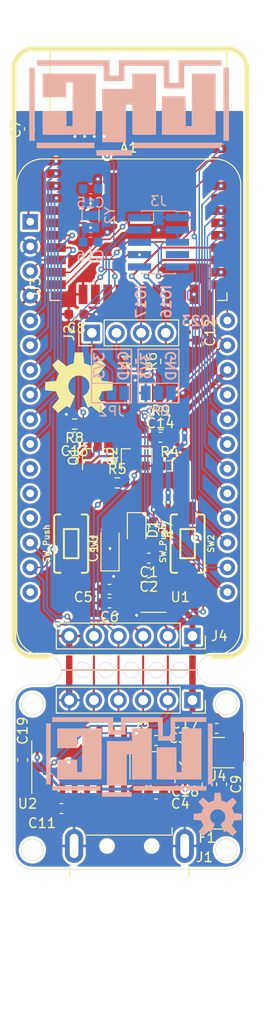
<source format=kicad_pcb>
(kicad_pcb (version 20171130) (host pcbnew 5.1.9)
  (title_block (date 2020-09-12))
  (layers (0 F.Cu signal) (31 B.Cu signal) (34 B.Paste user) (35 F.Paste user) (36 B.SilkS user) (37 F.SilkS user) (38 B.Mask user) (39 F.Mask user) (44 Edge.Cuts user))
  (net 0 "")
  (net 1 GND)
  (net 2 5V)
  (net 3 +3V3)
  (net 4 ESP_RST)
  (net 5 IO13-MTCK)
  (net 6 IO12-MTDI)
  (net 7 IO14-MTMS)
  (net 8 IO27)
  (net 9 IO26)
  (net 10 IO25)
  (net 11 IO35)
  (net 12 IO34)
  (net 13 IO33-32kXN)
  (net 14 IO32-32kXP)
  (net 15 SVN)
  (net 16 SVP)
  (net 17 IO21)
  (net 18 ESP_TX)
  (net 19 ESP_RX)
  (net 20 IO22)
  (net 21 IO19)
  (net 22 IO23)
  (net 23 IO18)
  (net 24 IO5)
  (net 25 IO15-MTDO)
  (net 26 IO2)
  (net 27 ESP_BOOT)
  (net 28 IO4)
  (net 29 "Net-(C11-Pad1)")
  (net 30 "Net-(D1-Pad2)")
  (net 31 "Net-(F1-Pad2)")
  (net 32 OLED_P1)
  (net 33 OLED_P2)
  (net 34 SCL)
  (net 35 SDA)
  (net 36 "Net-(J3-Pad7)")
  (net 37 JTAG_RST)
  (net 38 "Net-(Q1-Pad1)")
  (net 39 RTS)
  (net 40 DTR)
  (net 41 "Net-(Q2-Pad1)")
  (net 42 D-)
  (net 43 D+)
  (net 44 XI)
  (net 45 XO)
  (net 46 "Net-(U2-Pad9)")
  (net 47 "Net-(U2-Pad10)")
  (net 48 "Net-(U2-Pad11)")
  (net 49 "Net-(U2-Pad12)")
  (net 50 "Net-(U2-Pad15)")
  (net 51 SHD)
  (net 52 SWP)
  (net 53 SCS)
  (net 54 SCK)
  (net 55 SDO)
  (net 56 SDI)
  (net 57 "Net-(U3-Pad32)")
  (net 58 "Net-(U1-Pad4)")
  (net 59 "Net-(C18-Pad1)")
  (net 60 "Net-(U4-Pad4)")
  (net 61 "Net-(A1-Pad13)")
  (net 62 "Net-(A1-Pad16)")
  (net 63 "Net-(A1-Pad11)")
  (net 64 "Net-(A1-Pad12)")
  (module Aesthetics:OSHW-LOGO-M (layer B.Cu) (at 122.7 106.59 180)
    (fp_text reference "" (at 0 0) (layer B.SilkS) (effects (font (size 1.524 1.524)) (justify mirror)))
    (fp_text value "" (at 0 0) (layer B.SilkS) (effects (font (size 1.524 1.524)) (justify mirror)))
  )
  (module Aesthetics:OSHW-LOGO-L (layer F.Cu) (at 108.4 62.29)
    (fp_text reference "" (at 0 0) (layer F.SilkS) (effects (font (size 1.524 1.524))))
    (fp_text value "" (at 0 0) (layer F.SilkS) (effects (font (size 1.524 1.524))))
  )
  (module Resistor_SMD:R_0603_1608Metric (layer F.Cu) (at 117.35 59.74 90)
    (fp_text reference R6 (at 0 -1.43 90) (layer F.SilkS))
    (fp_text value 10kR)
    (pad 2 smd roundrect (at 0.825 0 90) (size 0.8 0.95) (layers F.Cu F.Paste F.Mask) (net 35 SDA))
    (pad 1 smd roundrect (at -0.825 0 90) (size 0.8 0.95) (layers F.Cu F.Paste F.Mask) (net 3 +3V3))
  )
  (module lhc_logos:lhc_logo_alt_xlarge (layer B.Cu) (at 113.7 33.49 180)
    (fp_text reference G*** hide)
    (fp_text value LOGO hide)
  )
  (module lhc_logos:lhc_logo_alt_large (layer B.Cu) (at 113.7 100.29 180)
    (fp_text reference G*** hide)
    (fp_text value LOGO hide)
  )
  (module Jumper:SolderJumper-3_P1.3mm_Open_Pad1.0x1.5mm_NumberLabels (layer B.Cu) (at 111.76 62.992)
    (fp_text reference JP2 (at 0 1.898) (layer B.SilkS) (effects (justify mirror)))
    (fp_text value P1)
    (pad 1 smd rect (at -1.3 0) (size 1 1.5) (layers B.Cu B.Mask) (net 3 +3V3))
    (pad 2 smd rect (at 0 0) (size 1 1.5) (layers B.Cu B.Mask) (net 32 OLED_P1))
    (pad 3 smd rect (at 1.3 0) (size 1 1.5) (layers B.Cu B.Mask) (net 1 GND))
  )
  (module Jumper:SolderJumper-3_P1.3mm_Open_Pad1.0x1.5mm_NumberLabels (layer B.Cu) (at 116.586 62.992 180)
    (fp_text reference JP1 (at 0 -1.898) (layer B.SilkS) (effects (justify mirror)))
    (fp_text value P2)
    (pad 1 smd rect (at -1.3 0 180) (size 1 1.5) (layers B.Cu B.Mask) (net 1 GND))
    (pad 2 smd rect (at 0 0 180) (size 1 1.5) (layers B.Cu B.Mask) (net 33 OLED_P2))
    (pad 3 smd rect (at 1.3 0 180) (size 1 1.5) (layers B.Cu B.Mask) (net 3 +3V3))
  )
  (module Module:Adafruit_Feather (layer F.Cu) (at 103.38 45.38)
    (fp_text reference A1 (at 10.16 -7.62) (layer F.SilkS))
    (fp_text value Adafruit_Feather_Generic)
    (pad 17 thru_hole circle (at 20.32 38.1 180) (size 1.6 1.6) (drill 0.8) (layers *.Cu *.Mask) (net 35 SDA))
    (pad 18 thru_hole circle (at 20.32 35.56 180) (size 1.6 1.6) (drill 0.8) (layers *.Cu *.Mask) (net 34 SCL))
    (pad 19 thru_hole circle (at 20.32 33.02 180) (size 1.6 1.6) (drill 0.8) (layers *.Cu *.Mask) (net 26 IO2))
    (pad 20 thru_hole circle (at 20.32 30.48 180) (size 1.6 1.6) (drill 0.8) (layers *.Cu *.Mask) (net 20 IO22))
    (pad 21 thru_hole circle (at 20.32 27.94 180) (size 1.6 1.6) (drill 0.8) (layers *.Cu *.Mask) (net 17 IO21))
    (pad 22 thru_hole circle (at 20.32 25.4 180) (size 1.6 1.6) (drill 0.8) (layers *.Cu *.Mask) (net 21 IO19))
    (pad 23 thru_hole circle (at 20.32 22.86 180) (size 1.6 1.6) (drill 0.8) (layers *.Cu *.Mask) (net 23 IO18))
    (pad 24 thru_hole circle (at 20.32 20.32 180) (size 1.6 1.6) (drill 0.8) (layers *.Cu *.Mask) (net 24 IO5))
    (pad 25 thru_hole circle (at 20.32 17.78 180) (size 1.6 1.6) (drill 0.8) (layers *.Cu *.Mask) (net 28 IO4))
    (pad 26 thru_hole circle (at 20.32 15.24 180) (size 1.6 1.6) (drill 0.8) (layers *.Cu *.Mask) (net 2 5V))
    (pad 27 thru_hole circle (at 20.32 12.7 180) (size 1.6 1.6) (drill 0.8) (layers *.Cu *.Mask) (net 27 ESP_BOOT))
    (pad 28 thru_hole circle (at 20.32 10.16 180) (size 1.6 1.6) (drill 0.8) (layers *.Cu *.Mask) (net 22 IO23))
    (pad 1 thru_hole rect (at 0 0 180) (size 1.6 1.6) (drill 0.8) (layers *.Cu *.Mask) (net 4 ESP_RST))
    (pad 2 thru_hole circle (at 0 2.54 180) (size 1.6 1.6) (drill 0.8) (layers *.Cu *.Mask) (net 3 +3V3))
    (pad 3 thru_hole circle (at 0 5.08 180) (size 1.6 1.6) (drill 0.8) (layers *.Cu *.Mask) (net 8 IO27))
    (pad 4 thru_hole circle (at 0 7.62 180) (size 1.6 1.6) (drill 0.8) (layers *.Cu *.Mask) (net 1 GND))
    (pad 5 thru_hole circle (at 0 10.16 180) (size 1.6 1.6) (drill 0.8) (layers *.Cu *.Mask) (net 16 SVP))
    (pad 6 thru_hole circle (at 0 12.7 180) (size 1.6 1.6) (drill 0.8) (layers *.Cu *.Mask) (net 15 SVN))
    (pad 7 thru_hole circle (at 0 15.24 180) (size 1.6 1.6) (drill 0.8) (layers *.Cu *.Mask) (net 12 IO34))
    (pad 8 thru_hole circle (at 0 17.78 180) (size 1.6 1.6) (drill 0.8) (layers *.Cu *.Mask) (net 11 IO35))
    (pad 9 thru_hole circle (at 0 20.32 180) (size 1.6 1.6) (drill 0.8) (layers *.Cu *.Mask) (net 10 IO25))
    (pad 10 thru_hole circle (at 0 22.86 180) (size 1.6 1.6) (drill 0.8) (layers *.Cu *.Mask) (net 9 IO26))
    (pad 11 thru_hole circle (at 0 25.4 180) (size 1.6 1.6) (drill 0.8) (layers *.Cu *.Mask) (net 63 "Net-(A1-Pad11)"))
    (pad 12 thru_hole circle (at 0 27.94 180) (size 1.6 1.6) (drill 0.8) (layers *.Cu *.Mask) (net 64 "Net-(A1-Pad12)"))
    (pad 13 thru_hole circle (at 0 30.48 180) (size 1.6 1.6) (drill 0.8) (layers *.Cu *.Mask) (net 61 "Net-(A1-Pad13)"))
    (pad 14 thru_hole circle (at 0 33.02 180) (size 1.6 1.6) (drill 0.8) (layers *.Cu *.Mask) (net 19 ESP_RX))
    (pad 15 thru_hole circle (at 0 35.56 180) (size 1.6 1.6) (drill 0.8) (layers *.Cu *.Mask) (net 18 ESP_TX))
    (pad 16 thru_hole circle (at 0 38.1 180) (size 1.6 1.6) (drill 0.8) (layers *.Cu *.Mask) (net 62 "Net-(A1-Pad16)"))
  )
  (module Capacitor_SMD:C_0603_1608Metric (layer F.Cu) (at 108.125 54.89 180)
    (fp_text reference C8 (at 0 -1.43) (layer F.SilkS))
    (fp_text value 100nF)
    (pad 2 smd roundrect (at 0.775 0 180) (size 0.9 0.95) (layers F.Cu F.Paste F.Mask) (net 1 GND))
    (pad 1 smd roundrect (at -0.775 0 180) (size 0.9 0.95) (layers F.Cu F.Paste F.Mask) (net 3 +3V3))
  )
  (module Switches:TACTILE_SWITCH_SMD_6.0X3.5MM (layer F.Cu) (at 119.6 78.49 270)
    (fp_text reference SW2 (at 0 -2.413 90) (layer F.SilkS) (effects (font (size 0.6096 0.6096) (thickness 0.127))))
    (fp_text value SW_Push (at 0 2.54 90) (layer F.SilkS) (effects (font (size 0.6096 0.6096) (thickness 0.127))))
    (pad 2 smd rect (at 3.1496 0 90) (size 2.2987 1.59766) (layers F.Cu F.Paste F.Mask) (net 1 GND))
    (pad 1 smd rect (at -3.1496 0 90) (size 2.2987 1.59766) (layers F.Cu F.Paste F.Mask) (net 27 ESP_BOOT))
  )
  (module Switches:TACTILE_SWITCH_SMD_6.0X3.5MM (layer F.Cu) (at 107.6 78.49 270)
    (fp_text reference SW1 (at 0 -2.413 90) (layer F.SilkS) (effects (font (size 0.6096 0.6096) (thickness 0.127))))
    (fp_text value SW_Push (at 0 2.54 90) (layer F.SilkS) (effects (font (size 0.6096 0.6096) (thickness 0.127))))
    (pad 2 smd rect (at 3.1496 0 90) (size 2.2987 1.59766) (layers F.Cu F.Paste F.Mask) (net 1 GND))
    (pad 1 smd rect (at -3.1496 0 90) (size 2.2987 1.59766) (layers F.Cu F.Paste F.Mask) (net 4 ESP_RST))
  )
  (module Resistor_SMD:R_0603_1608Metric (layer F.Cu) (at 116.85 66.24)
    (fp_text reference R9 (at 0 -1.43) (layer F.SilkS))
    (fp_text value 10kR)
    (pad 2 smd roundrect (at 0.825 0) (size 0.8 0.95) (layers F.Cu F.Paste F.Mask) (net 3 +3V3))
    (pad 1 smd roundrect (at -0.825 0) (size 0.8 0.95) (layers F.Cu F.Paste F.Mask) (net 27 ESP_BOOT))
  )
  (module Resistor_SMD:R_0603_1608Metric (layer F.Cu) (at 112.35 72.24)
    (fp_text reference R5 (at 0 -1.43) (layer F.SilkS))
    (fp_text value 10kR)
    (pad 2 smd roundrect (at 0.825 0) (size 0.8 0.95) (layers F.Cu F.Paste F.Mask) (net 41 "Net-(Q2-Pad1)"))
    (pad 1 smd roundrect (at -0.825 0) (size 0.8 0.95) (layers F.Cu F.Paste F.Mask) (net 39 RTS))
  )
  (module Capacitor_SMD:C_0603_1608Metric (layer F.Cu) (at 123.1 103.24 270)
    (fp_text reference C9 (at 0 -1.5 90) (layer F.SilkS))
    (fp_text value 1uF)
    (pad 2 smd roundrect (at 0.775 0 270) (size 0.9 0.95) (layers F.Cu F.Paste F.Mask) (net 1 GND))
    (pad 1 smd roundrect (at -0.775 0 270) (size 0.9 0.95) (layers F.Cu F.Paste F.Mask) (net 2 5V))
  )
  (module Package_SO:SOIC-16_3.9x9.9mm_P1.27mm (layer F.Cu) (at 108.6 100.74 90)
    (fp_text reference U2 (at -4.5 -5.5 180) (layer F.SilkS))
    (fp_text value CH340G)
    (pad 1 smd roundrect (at -2.475 -4.445 90) (size 1.95 0.6) (layers F.Cu F.Paste F.Mask) (net 1 GND))
    (pad 2 smd roundrect (at -2.475 -3.175 90) (size 1.95 0.6) (layers F.Cu F.Paste F.Mask) (net 19 ESP_RX))
    (pad 3 smd roundrect (at -2.475 -1.905 90) (size 1.95 0.6) (layers F.Cu F.Paste F.Mask) (net 18 ESP_TX))
    (pad 4 smd roundrect (at -2.475 -0.635 90) (size 1.95 0.6) (layers F.Cu F.Paste F.Mask) (net 29 "Net-(C11-Pad1)"))
    (pad 5 smd roundrect (at -2.475 0.635 90) (size 1.95 0.6) (layers F.Cu F.Paste F.Mask) (net 43 D+))
    (pad 6 smd roundrect (at -2.475 1.905 90) (size 1.95 0.6) (layers F.Cu F.Paste F.Mask) (net 42 D-))
    (pad 7 smd roundrect (at -2.475 3.175 90) (size 1.95 0.6) (layers F.Cu F.Paste F.Mask) (net 44 XI))
    (pad 8 smd roundrect (at -2.475 4.445 90) (size 1.95 0.6) (layers F.Cu F.Paste F.Mask) (net 45 XO))
    (pad 9 smd roundrect (at 2.475 4.445 90) (size 1.95 0.6) (layers F.Cu F.Paste F.Mask) (net 46 "Net-(U2-Pad9)"))
    (pad 10 smd roundrect (at 2.475 3.175 90) (size 1.95 0.6) (layers F.Cu F.Paste F.Mask) (net 47 "Net-(U2-Pad10)"))
    (pad 11 smd roundrect (at 2.475 1.905 90) (size 1.95 0.6) (layers F.Cu F.Paste F.Mask) (net 48 "Net-(U2-Pad11)"))
    (pad 12 smd roundrect (at 2.475 0.635 90) (size 1.95 0.6) (layers F.Cu F.Paste F.Mask) (net 49 "Net-(U2-Pad12)"))
    (pad 13 smd roundrect (at 2.475 -0.635 90) (size 1.95 0.6) (layers F.Cu F.Paste F.Mask) (net 40 DTR))
    (pad 14 smd roundrect (at 2.475 -1.905 90) (size 1.95 0.6) (layers F.Cu F.Paste F.Mask) (net 39 RTS))
    (pad 15 smd roundrect (at 2.475 -3.175 90) (size 1.95 0.6) (layers F.Cu F.Paste F.Mask) (net 50 "Net-(U2-Pad15)"))
    (pad 16 smd roundrect (at 2.475 -4.445 90) (size 1.95 0.6) (layers F.Cu F.Paste F.Mask) (net 59 "Net-(C18-Pad1)"))
  )
  (module Capacitor_SMD:C_0603_1608Metric (layer F.Cu) (at 116.35 98.74 180)
    (fp_text reference C3 (at -2.25 0.25) (layer F.SilkS))
    (fp_text value ?pF)
    (pad 2 smd roundrect (at 0.775 0 180) (size 0.9 0.95) (layers F.Cu F.Paste F.Mask) (net 1 GND))
    (pad 1 smd roundrect (at -0.775 0 180) (size 0.9 0.95) (layers F.Cu F.Paste F.Mask) (net 44 XI))
  )
  (module Connector_PinSocket_2.54mm:PinSocket_1x06_P2.54mm_Vertical (layer F.Cu) (at 120.1 94.59 270)
    (fp_text reference J5 (at 2.4 5.25 180) (layer F.SilkS))
    (fp_text value CONN_06POLAR)
    (pad 6 thru_hole oval (at 0 12.7 270) (size 1.7 1.7) (drill 1) (layers *.Cu *.Mask) (net 1 GND))
    (pad 5 thru_hole oval (at 0 10.16 270) (size 1.7 1.7) (drill 1) (layers *.Cu *.Mask) (net 39 RTS))
    (pad 4 thru_hole oval (at 0 7.62 270) (size 1.7 1.7) (drill 1) (layers *.Cu *.Mask) (net 40 DTR))
    (pad 3 thru_hole oval (at 0 5.08 270) (size 1.7 1.7) (drill 1) (layers *.Cu *.Mask) (net 18 ESP_TX))
    (pad 2 thru_hole oval (at 0 2.54 270) (size 1.7 1.7) (drill 1) (layers *.Cu *.Mask) (net 19 ESP_RX))
    (pad 1 thru_hole rect (at 0 0 270) (size 1.7 1.7) (drill 1) (layers *.Cu *.Mask) (net 2 5V))
  )
  (module Connector_PinSocket_2.54mm:PinSocket_1x06_P2.54mm_Vertical (layer F.Cu) (at 120.1 87.99 270)
    (fp_text reference J4 (at 0 -2.77 180) (layer F.SilkS))
    (fp_text value CONN_06POLAR)
    (pad 6 thru_hole oval (at 0 12.7 270) (size 1.7 1.7) (drill 1) (layers *.Cu *.Mask) (net 1 GND))
    (pad 5 thru_hole oval (at 0 10.16 270) (size 1.7 1.7) (drill 1) (layers *.Cu *.Mask) (net 39 RTS))
    (pad 4 thru_hole oval (at 0 7.62 270) (size 1.7 1.7) (drill 1) (layers *.Cu *.Mask) (net 40 DTR))
    (pad 3 thru_hole oval (at 0 5.08 270) (size 1.7 1.7) (drill 1) (layers *.Cu *.Mask) (net 18 ESP_TX))
    (pad 2 thru_hole oval (at 0 2.54 270) (size 1.7 1.7) (drill 1) (layers *.Cu *.Mask) (net 19 ESP_RX))
    (pad 1 thru_hole rect (at 0 0 270) (size 1.7 1.7) (drill 1) (layers *.Cu *.Mask) (net 2 5V))
  )
  (module Package_TO_SOT_SMD:SOT-23-5 (layer F.Cu) (at 122.6 99.99 180)
    (fp_text reference U4 (at 0 -2.4) (layer F.SilkS))
    (fp_text value AP2112K-3.3)
    (pad 5 smd roundrect (at 1.1375 -0.95 180) (size 1.325 0.6) (layers F.Cu F.Paste F.Mask) (net 59 "Net-(C18-Pad1)"))
    (pad 4 smd roundrect (at 1.1375 0.95 180) (size 1.325 0.6) (layers F.Cu F.Paste F.Mask) (net 60 "Net-(U4-Pad4)"))
    (pad 3 smd roundrect (at -1.1375 0.95 180) (size 1.325 0.6) (layers F.Cu F.Paste F.Mask) (net 2 5V))
    (pad 2 smd roundrect (at -1.1375 0 180) (size 1.325 0.6) (layers F.Cu F.Paste F.Mask) (net 1 GND))
    (pad 1 smd roundrect (at -1.1375 -0.95 180) (size 1.325 0.6) (layers F.Cu F.Paste F.Mask) (net 2 5V))
  )
  (module Capacitor_SMD:C_0603_1608Metric (layer F.Cu) (at 102.6 100.74 270)
    (fp_text reference C19 (at -3 0 90) (layer F.SilkS))
    (fp_text value 100nF)
    (pad 2 smd roundrect (at 0.775 0 270) (size 0.9 0.95) (layers F.Cu F.Paste F.Mask) (net 1 GND))
    (pad 1 smd roundrect (at -0.775 0 270) (size 0.9 0.95) (layers F.Cu F.Paste F.Mask) (net 59 "Net-(C18-Pad1)"))
  )
  (module Capacitor_SMD:C_0603_1608Metric (layer F.Cu) (at 121.6 103.24 270)
    (fp_text reference C18 (at 0.75 2.25 180) (layer F.SilkS))
    (fp_text value 1uF)
    (pad 2 smd roundrect (at 0.775 0 270) (size 0.9 0.95) (layers F.Cu F.Paste F.Mask) (net 1 GND))
    (pad 1 smd roundrect (at -0.775 0 270) (size 0.9 0.95) (layers F.Cu F.Paste F.Mask) (net 59 "Net-(C18-Pad1)"))
  )
  (module Capacitor_SMD:C_0603_1608Metric (layer F.Cu) (at 122.6 97.49 180)
    (fp_text reference C17 (at 3.25 0.5) (layer F.SilkS))
    (fp_text value 100nF)
    (pad 1 smd roundrect (at -0.775 0 180) (size 0.9 0.95) (layers F.Cu F.Paste F.Mask) (net 2 5V))
    (pad 2 smd roundrect (at 0.775 0 180) (size 0.9 0.95) (layers F.Cu F.Paste F.Mask) (net 1 GND))
  )
  (module Connector_USB:USB_A_CNCTech_1001-011-01101_Horizontal (layer F.Cu) (at 113.6 116.49 270)
    (fp_text reference J1 (at -5.75 -7.75 180) (layer F.SilkS))
    (fp_text value USB_A)
    (pad "" np_thru_hole circle (at -6.9 2.3 270) (size 1.1 1.1) (drill 1.1) (layers *.Cu *.Mask))
    (pad "" np_thru_hole circle (at -6.9 -2.3 270) (size 1.1 1.1) (drill 1.1) (layers *.Cu *.Mask))
    (pad 5 thru_hole oval (at -6.9 5.7 270) (size 3.5 1.9) (drill oval 2.5 0.9) (layers *.Cu *.Mask) (net 1 GND))
    (pad 5 thru_hole oval (at -6.9 -5.7 270) (size 3.5 1.9) (drill oval 2.5 0.9) (layers *.Cu *.Mask) (net 1 GND))
    (pad 4 smd rect (at -9.65 3.5 270) (size 2.5 1.1) (layers F.Cu F.Paste F.Mask) (net 1 GND))
    (pad 1 smd rect (at -9.65 -3.5 270) (size 2.5 1.1) (layers F.Cu F.Paste F.Mask) (net 31 "Net-(F1-Pad2)"))
    (pad 3 smd rect (at -9.65 1 270) (size 2.5 1.1) (layers F.Cu F.Paste F.Mask) (net 43 D+))
    (pad 2 smd rect (at -9.65 -1 270) (size 2.5 1.1) (layers F.Cu F.Paste F.Mask) (net 42 D-))
  )
  (module Crystal:Crystal_SMD_3215-2Pin_3.2x1.5mm (layer B.Cu) (at 109.6 44.74 90)
    (fp_text reference Y2 (at 0 2 270) (layer B.SilkS) (effects (justify mirror)))
    (fp_text value "32k 20ppm")
    (pad 2 smd rect (at -1.25 0 90) (size 1 1.8) (layers B.Cu B.Paste B.Mask) (net 13 IO33-32kXN))
    (pad 1 smd rect (at 1.25 0 90) (size 1 1.8) (layers B.Cu B.Paste B.Mask) (net 14 IO32-32kXP))
  )
  (module Package_TO_SOT_SMD:SOT-23-5 (layer F.Cu) (at 115.6 83.99 180)
    (fp_text reference U1 (at -3.25 0) (layer F.SilkS))
    (fp_text value AP2112K-3.3)
    (pad 5 smd roundrect (at 1.1375 -0.95 180) (size 1.325 0.6) (layers F.Cu F.Paste F.Mask) (net 3 +3V3))
    (pad 4 smd roundrect (at 1.1375 0.95 180) (size 1.325 0.6) (layers F.Cu F.Paste F.Mask) (net 58 "Net-(U1-Pad4)"))
    (pad 3 smd roundrect (at -1.1375 0.95 180) (size 1.325 0.6) (layers F.Cu F.Paste F.Mask) (net 2 5V))
    (pad 2 smd roundrect (at -1.1375 0 180) (size 1.325 0.6) (layers F.Cu F.Paste F.Mask) (net 1 GND))
    (pad 1 smd roundrect (at -1.1375 -0.95 180) (size 1.325 0.6) (layers F.Cu F.Paste F.Mask) (net 2 5V))
  )
  (module Resistor_SMD:R_0603_1608Metric (layer F.Cu) (at 107.95 66.19 180)
    (fp_text reference R8 (at 0 -1.43) (layer F.SilkS))
    (fp_text value 10kR)
    (pad 2 smd roundrect (at 0.825 0 180) (size 0.8 0.95) (layers F.Cu F.Paste F.Mask) (net 3 +3V3))
    (pad 1 smd roundrect (at -0.825 0 180) (size 0.8 0.95) (layers F.Cu F.Paste F.Mask) (net 4 ESP_RST))
  )
  (module Resistor_SMD:R_0603_1608Metric (layer F.Cu) (at 116.1 76.99 270)
    (fp_text reference R7 (at 0 -1.43 90) (layer F.SilkS))
    (fp_text value 1kR)
    (pad 2 smd roundrect (at 0.825 0 270) (size 0.8 0.95) (layers F.Cu F.Paste F.Mask) (net 30 "Net-(D1-Pad2)"))
    (pad 1 smd roundrect (at -0.825 0 270) (size 0.8 0.95) (layers F.Cu F.Paste F.Mask) (net 3 +3V3))
  )
  (module Resistor_SMD:R_0603_1608Metric (layer F.Cu) (at 117.75 70.49)
    (fp_text reference R4 (at 0 -1.43) (layer F.SilkS))
    (fp_text value 10kR)
    (pad 2 smd roundrect (at 0.825 0) (size 0.8 0.95) (layers F.Cu F.Paste F.Mask) (net 38 "Net-(Q1-Pad1)"))
    (pad 1 smd roundrect (at -0.825 0) (size 0.8 0.95) (layers F.Cu F.Paste F.Mask) (net 40 DTR))
  )
  (module Resistor_SMD:R_0603_1608Metric (layer F.Cu) (at 114.8 59.74 90)
    (fp_text reference R1 (at 0 -1.43 90) (layer F.SilkS))
    (fp_text value 10kR)
    (pad 2 smd roundrect (at 0.825 0 90) (size 0.8 0.95) (layers F.Cu F.Paste F.Mask) (net 34 SCL))
    (pad 1 smd roundrect (at -0.825 0 90) (size 0.8 0.95) (layers F.Cu F.Paste F.Mask) (net 3 +3V3))
  )
  (module Package_TO_SOT_SMD:SOT-23 (layer F.Cu) (at 114.35 69.49 90)
    (fp_text reference Q2 (at 0 -2.5 90) (layer F.SilkS))
    (fp_text value MMBT3904)
    (pad 3 smd rect (at 1 0 90) (size 0.9 0.8) (layers F.Cu F.Paste F.Mask) (net 27 ESP_BOOT))
    (pad 2 smd rect (at -1 0.95 90) (size 0.9 0.8) (layers F.Cu F.Paste F.Mask) (net 40 DTR))
    (pad 1 smd rect (at -1 -0.95 90) (size 0.9 0.8) (layers F.Cu F.Paste F.Mask) (net 41 "Net-(Q2-Pad1)"))
  )
  (module Package_TO_SOT_SMD:SOT-23 (layer F.Cu) (at 110.35 69.49 90)
    (fp_text reference Q1 (at 0 -2.5 90) (layer F.SilkS))
    (fp_text value MMBT3904)
    (pad 3 smd rect (at 1 0 90) (size 0.9 0.8) (layers F.Cu F.Paste F.Mask) (net 4 ESP_RST))
    (pad 2 smd rect (at -1 0.95 90) (size 0.9 0.8) (layers F.Cu F.Paste F.Mask) (net 39 RTS))
    (pad 1 smd rect (at -1 -0.95 90) (size 0.9 0.8) (layers F.Cu F.Paste F.Mask) (net 38 "Net-(Q1-Pad1)"))
  )
  (module Connector_PinHeader_1.27mm:PinHeader_2x05_P1.27mm_Vertical_SMD (layer B.Cu) (at 116.6 47.49 180)
    (fp_text reference J3 (at 0 4.235) (layer B.SilkS) (effects (justify mirror)))
    (fp_text value "JTAG 10pin Connector")
    (pad 10 smd rect (at 1.95 -2.54 180) (size 2.4 0.74) (layers B.Cu B.Paste B.Mask) (net 37 JTAG_RST))
    (pad 9 smd rect (at -1.95 -2.54 180) (size 2.4 0.74) (layers B.Cu B.Paste B.Mask) (net 1 GND))
    (pad 8 smd rect (at 1.95 -1.27 180) (size 2.4 0.74) (layers B.Cu B.Paste B.Mask) (net 6 IO12-MTDI))
    (pad 7 smd rect (at -1.95 -1.27 180) (size 2.4 0.74) (layers B.Cu B.Paste B.Mask) (net 36 "Net-(J3-Pad7)"))
    (pad 6 smd rect (at 1.95 0 180) (size 2.4 0.74) (layers B.Cu B.Paste B.Mask) (net 25 IO15-MTDO))
    (pad 5 smd rect (at -1.95 0 180) (size 2.4 0.74) (layers B.Cu B.Paste B.Mask) (net 1 GND))
    (pad 4 smd rect (at 1.95 1.27 180) (size 2.4 0.74) (layers B.Cu B.Paste B.Mask) (net 5 IO13-MTCK))
    (pad 3 smd rect (at -1.95 1.27 180) (size 2.4 0.74) (layers B.Cu B.Paste B.Mask) (net 1 GND))
    (pad 2 smd rect (at 1.95 2.54 180) (size 2.4 0.74) (layers B.Cu B.Paste B.Mask) (net 7 IO14-MTMS))
    (pad 1 smd rect (at -1.95 2.54 180) (size 2.4 0.74) (layers B.Cu B.Paste B.Mask) (net 3 +3V3))
  )
  (module LED_SMD:LED_0805_2012Metric (layer F.Cu) (at 114.35 76.99 270)
    (fp_text reference D1 (at 0 -1.65 90) (layer F.SilkS))
    (fp_text value LED)
    (pad 2 smd roundrect (at 0.9375 0 270) (size 0.975 1.4) (layers F.Cu F.Paste F.Mask) (net 30 "Net-(D1-Pad2)"))
    (pad 1 smd roundrect (at -0.9375 0 270) (size 0.975 1.4) (layers F.Cu F.Paste F.Mask) (net 1 GND))
  )
  (module Capacitor_SMD:C_0603_1608Metric (layer B.Cu) (at 109.6 47.49)
    (fp_text reference C16 (at 0 1.43) (layer B.SilkS) (effects (justify mirror)))
    (fp_text value ?pF)
    (pad 2 smd roundrect (at 0.775 0) (size 0.9 0.95) (layers B.Cu B.Paste B.Mask) (net 1 GND))
    (pad 1 smd roundrect (at -0.775 0) (size 0.9 0.95) (layers B.Cu B.Paste B.Mask) (net 13 IO33-32kXN))
  )
  (module Capacitor_SMD:C_0603_1608Metric (layer B.Cu) (at 109.6 41.99)
    (fp_text reference C15 (at 0 1.43) (layer B.SilkS) (effects (justify mirror)))
    (fp_text value ?pF)
    (pad 2 smd roundrect (at 0.775 0) (size 0.9 0.95) (layers B.Cu B.Paste B.Mask) (net 1 GND))
    (pad 1 smd roundrect (at -0.775 0) (size 0.9 0.95) (layers B.Cu B.Paste B.Mask) (net 14 IO32-32kXP))
  )
  (module Capacitor_SMD:C_0603_1608Metric (layer F.Cu) (at 116.8 67.54)
    (fp_text reference C14 (at 0 -1.43) (layer F.SilkS))
    (fp_text value 100nF)
    (pad 2 smd roundrect (at 0.775 0) (size 0.9 0.95) (layers F.Cu F.Paste F.Mask) (net 1 GND))
    (pad 1 smd roundrect (at -0.775 0) (size 0.9 0.95) (layers F.Cu F.Paste F.Mask) (net 27 ESP_BOOT))
  )
  (module Capacitor_SMD:C_0603_1608Metric (layer F.Cu) (at 107.95 67.54 180)
    (fp_text reference C13 (at 0 -1.43) (layer F.SilkS))
    (fp_text value 100nF)
    (pad 2 smd roundrect (at 0.775 0 180) (size 0.9 0.95) (layers F.Cu F.Paste F.Mask) (net 1 GND))
    (pad 1 smd roundrect (at -0.775 0 180) (size 0.9 0.95) (layers F.Cu F.Paste F.Mask) (net 4 ESP_RST))
  )
  (module Capacitor_SMD:C_0603_1608Metric (layer F.Cu) (at 120.5 56.79 270)
    (fp_text reference C12 (at 0 -1.43 90) (layer F.SilkS))
    (fp_text value 100nF)
    (pad 2 smd roundrect (at 0.775 0 270) (size 0.9 0.95) (layers F.Cu F.Paste F.Mask) (net 1 GND))
    (pad 1 smd roundrect (at -0.775 0 270) (size 0.9 0.95) (layers F.Cu F.Paste F.Mask) (net 3 +3V3))
  )
  (module Capacitor_SMD:C_0603_1608Metric (layer F.Cu) (at 106.6 105.74 180)
    (fp_text reference C11 (at 2 -1.5) (layer F.SilkS))
    (fp_text value 10nF)
    (pad 2 smd roundrect (at 0.775 0 180) (size 0.9 0.95) (layers F.Cu F.Paste F.Mask) (net 1 GND))
    (pad 1 smd roundrect (at -0.775 0 180) (size 0.9 0.95) (layers F.Cu F.Paste F.Mask) (net 29 "Net-(C11-Pad1)"))
  )
  (module Capacitor_Tantalum_SMD:CP_EIA-3216-12_Kemet-S (layer F.Cu) (at 111.6 78.99 90)
    (fp_text reference C10 (at 0 -1.75 90) (layer F.SilkS))
    (fp_text value 10uF)
    (pad 2 smd roundrect (at 1.35 0 90) (size 1.4 1.35) (layers F.Cu F.Paste F.Mask) (roundrect_rratio 0.185185) (net 1 GND))
    (pad 1 smd roundrect (at -1.35 0 90) (size 1.4 1.35) (layers F.Cu F.Paste F.Mask) (roundrect_rratio 0.185185) (net 3 +3V3))
  )
  (module Capacitor_SMD:C_0603_1608Metric (layer F.Cu) (at 103.3 35.84 90)
    (fp_text reference C7 (at 0 -1.43 90) (layer F.SilkS))
    (fp_text value 100nF)
    (pad 2 smd roundrect (at 0.775 0 90) (size 0.9 0.95) (layers F.Cu F.Paste F.Mask) (net 1 GND))
    (pad 1 smd roundrect (at -0.775 0 90) (size 0.9 0.95) (layers F.Cu F.Paste F.Mask) (net 3 +3V3))
  )
  (module Capacitor_SMD:C_0603_1608Metric (layer F.Cu) (at 111.55 84.59 180)
    (fp_text reference C6 (at 0 -1.43) (layer F.SilkS))
    (fp_text value 100nF)
    (pad 2 smd roundrect (at 0.775 0 180) (size 0.9 0.95) (layers F.Cu F.Paste F.Mask) (net 1 GND))
    (pad 1 smd roundrect (at -0.775 0 180) (size 0.9 0.95) (layers F.Cu F.Paste F.Mask) (net 3 +3V3))
  )
  (module Capacitor_SMD:C_0603_1608Metric (layer F.Cu) (at 111.55 83.19 180)
    (fp_text reference C5 (at 2.7 -0.8) (layer F.SilkS))
    (fp_text value 1uF)
    (pad 2 smd roundrect (at 0.775 0 180) (size 0.9 0.95) (layers F.Cu F.Paste F.Mask) (net 1 GND))
    (pad 1 smd roundrect (at -0.775 0 180) (size 0.9 0.95) (layers F.Cu F.Paste F.Mask) (net 3 +3V3))
  )
  (module Capacitor_SMD:C_0603_1608Metric (layer F.Cu) (at 116.35 104.24 180)
    (fp_text reference C4 (at -2.5 -1) (layer F.SilkS))
    (fp_text value ?pF)
    (pad 2 smd roundrect (at 0.775 0 180) (size 0.9 0.95) (layers F.Cu F.Paste F.Mask) (net 45 XO))
    (pad 1 smd roundrect (at -0.775 0 180) (size 0.9 0.95) (layers F.Cu F.Paste F.Mask) (net 1 GND))
  )
  (module Capacitor_SMD:C_0603_1608Metric (layer F.Cu) (at 115.6 81.49 180)
    (fp_text reference C2 (at 0 -1.43) (layer F.SilkS))
    (fp_text value 100nF)
    (pad 2 smd roundrect (at 0.775 0 180) (size 0.9 0.95) (layers F.Cu F.Paste F.Mask) (net 1 GND))
    (pad 1 smd roundrect (at -0.775 0 180) (size 0.9 0.95) (layers F.Cu F.Paste F.Mask) (net 2 5V))
  )
  (module Capacitor_SMD:C_0603_1608Metric (layer F.Cu) (at 115.6 79.99 180)
    (fp_text reference C1 (at 0 -1.43) (layer F.SilkS))
    (fp_text value 1uF)
    (pad 2 smd roundrect (at 0.775 0 180) (size 0.9 0.95) (layers F.Cu F.Paste F.Mask) (net 1 GND))
    (pad 1 smd roundrect (at -0.775 0 180) (size 0.9 0.95) (layers F.Cu F.Paste F.Mask) (net 2 5V))
  )
  (module Resistor_SMD:R_1210_3225Metric (layer F.Cu) (at 122.85 106.49 180)
    (fp_text reference F1 (at 1.25 -2.25 180) (layer F.SilkS))
    (fp_text value "1A PTC")
    (pad 1 smd roundrect (at -1.4 0 180) (size 1.25 2.65) (layers F.Cu F.Paste F.Mask) (roundrect_rratio 0.2) (net 2 5V))
    (pad 2 smd roundrect (at 1.4 0 180) (size 1.25 2.65) (layers F.Cu F.Paste F.Mask) (roundrect_rratio 0.2) (net 31 "Net-(F1-Pad2)"))
  )
  (module Connector_PinHeader_2.54mm:PinHeader_1x04_P2.54mm_Vertical (layer F.Cu) (at 109.73 56.81 90)
    (fp_text reference J2 (at 0 -2.33 90) (layer F.SilkS))
    (fp_text value OLED)
    (pad 1 thru_hole rect (at 0 0 90) (size 1.7 1.7) (drill 1) (layers *.Cu *.Mask) (net 32 OLED_P1))
    (pad 2 thru_hole oval (at 0 2.54 90) (size 1.7 1.7) (drill 1) (layers *.Cu *.Mask) (net 33 OLED_P2))
    (pad 3 thru_hole oval (at 0 5.08 90) (size 1.7 1.7) (drill 1) (layers *.Cu *.Mask) (net 34 SCL))
    (pad 4 thru_hole oval (at 0 7.62 90) (size 1.7 1.7) (drill 1) (layers *.Cu *.Mask) (net 35 SDA))
  )
  (module RF_Module:ESP32-WROOM-32 (layer F.Cu) (at 114.54 43.595)
    (fp_text reference U3 (at -10.61 8.43 90) (layer F.SilkS))
    (fp_text value ESP32-WROOM-32D)
    (pad 39 smd rect (at -1 -0.755) (size 5 5) (layers F.Cu F.Paste F.Mask) (net 1 GND))
    (pad 1 smd rect (at -8.5 -8.255) (size 2 0.9) (layers F.Cu F.Paste F.Mask) (net 1 GND))
    (pad 2 smd rect (at -8.5 -6.985) (size 2 0.9) (layers F.Cu F.Paste F.Mask) (net 3 +3V3))
    (pad 3 smd rect (at -8.5 -5.715) (size 2 0.9) (layers F.Cu F.Paste F.Mask) (net 4 ESP_RST))
    (pad 4 smd rect (at -8.5 -4.445) (size 2 0.9) (layers F.Cu F.Paste F.Mask) (net 16 SVP))
    (pad 5 smd rect (at -8.5 -3.175) (size 2 0.9) (layers F.Cu F.Paste F.Mask) (net 15 SVN))
    (pad 6 smd rect (at -8.5 -1.905) (size 2 0.9) (layers F.Cu F.Paste F.Mask) (net 12 IO34))
    (pad 7 smd rect (at -8.5 -0.635) (size 2 0.9) (layers F.Cu F.Paste F.Mask) (net 11 IO35))
    (pad 8 smd rect (at -8.5 0.635) (size 2 0.9) (layers F.Cu F.Paste F.Mask) (net 14 IO32-32kXP))
    (pad 9 smd rect (at -8.5 1.905) (size 2 0.9) (layers F.Cu F.Paste F.Mask) (net 13 IO33-32kXN))
    (pad 10 smd rect (at -8.5 3.175) (size 2 0.9) (layers F.Cu F.Paste F.Mask) (net 10 IO25))
    (pad 11 smd rect (at -8.5 4.445) (size 2 0.9) (layers F.Cu F.Paste F.Mask) (net 9 IO26))
    (pad 12 smd rect (at -8.5 5.715) (size 2 0.9) (layers F.Cu F.Paste F.Mask) (net 8 IO27))
    (pad 13 smd rect (at -8.5 6.985) (size 2 0.9) (layers F.Cu F.Paste F.Mask) (net 7 IO14-MTMS))
    (pad 14 smd rect (at -8.5 8.255) (size 2 0.9) (layers F.Cu F.Paste F.Mask) (net 6 IO12-MTDI))
    (pad 15 smd rect (at -5.715 9.255 90) (size 2 0.9) (layers F.Cu F.Paste F.Mask) (net 1 GND))
    (pad 16 smd rect (at -4.445 9.255 90) (size 2 0.9) (layers F.Cu F.Paste F.Mask) (net 5 IO13-MTCK))
    (pad 17 smd rect (at -3.175 9.255 90) (size 2 0.9) (layers F.Cu F.Paste F.Mask) (net 51 SHD))
    (pad 18 smd rect (at -1.905 9.255 90) (size 2 0.9) (layers F.Cu F.Paste F.Mask) (net 52 SWP))
    (pad 19 smd rect (at -0.635 9.255 90) (size 2 0.9) (layers F.Cu F.Paste F.Mask) (net 53 SCS))
    (pad 20 smd rect (at 0.635 9.255 90) (size 2 0.9) (layers F.Cu F.Paste F.Mask) (net 54 SCK))
    (pad 21 smd rect (at 1.905 9.255 90) (size 2 0.9) (layers F.Cu F.Paste F.Mask) (net 55 SDO))
    (pad 22 smd rect (at 3.175 9.255 90) (size 2 0.9) (layers F.Cu F.Paste F.Mask) (net 56 SDI))
    (pad 23 smd rect (at 4.445 9.255 90) (size 2 0.9) (layers F.Cu F.Paste F.Mask) (net 25 IO15-MTDO))
    (pad 24 smd rect (at 5.715 9.255 90) (size 2 0.9) (layers F.Cu F.Paste F.Mask) (net 26 IO2))
    (pad 25 smd rect (at 8.5 8.255) (size 2 0.9) (layers F.Cu F.Paste F.Mask) (net 27 ESP_BOOT))
    (pad 26 smd rect (at 8.5 6.985) (size 2 0.9) (layers F.Cu F.Paste F.Mask) (net 28 IO4))
    (pad 27 smd rect (at 8.5 5.715) (size 2 0.9) (layers F.Cu F.Paste F.Mask) (net 35 SDA))
    (pad 28 smd rect (at 8.5 4.445) (size 2 0.9) (layers F.Cu F.Paste F.Mask) (net 34 SCL))
    (pad 29 smd rect (at 8.5 3.175) (size 2 0.9) (layers F.Cu F.Paste F.Mask) (net 24 IO5))
    (pad 30 smd rect (at 8.5 1.905) (size 2 0.9) (layers F.Cu F.Paste F.Mask) (net 23 IO18))
    (pad 31 smd rect (at 8.5 0.635) (size 2 0.9) (layers F.Cu F.Paste F.Mask) (net 21 IO19))
    (pad 32 smd rect (at 8.5 -0.635) (size 2 0.9) (layers F.Cu F.Paste F.Mask) (net 57 "Net-(U3-Pad32)"))
    (pad 33 smd rect (at 8.5 -1.905) (size 2 0.9) (layers F.Cu F.Paste F.Mask) (net 17 IO21))
    (pad 34 smd rect (at 8.5 -3.175) (size 2 0.9) (layers F.Cu F.Paste F.Mask) (net 19 ESP_RX))
    (pad 35 smd rect (at 8.5 -4.445) (size 2 0.9) (layers F.Cu F.Paste F.Mask) (net 18 ESP_TX))
    (pad 36 smd rect (at 8.5 -5.715) (size 2 0.9) (layers F.Cu F.Paste F.Mask) (net 20 IO22))
    (pad 37 smd rect (at 8.5 -6.985) (size 2 0.9) (layers F.Cu F.Paste F.Mask) (net 22 IO23))
    (pad 38 smd rect (at 8.5 -8.255) (size 2 0.9) (layers F.Cu F.Paste F.Mask) (net 1 GND))
  )
  (module Crystal:Crystal_SMD_EuroQuartz_MT-4Pin_3.2x2.5mm (layer F.Cu) (at 116.35 101.49 180)
    (fp_text reference Y1 (at -3.25 0) (layer F.SilkS))
    (fp_text value "12MHz 10ppm")
    (pad 1 smd rect (at -1.1 0.9 180) (size 1.3 1) (layers F.Cu F.Paste F.Mask) (net 44 XI))
    (pad 2 smd rect (at 1.1 0.9 180) (size 1.3 1) (layers F.Cu F.Paste F.Mask) (net 1 GND))
    (pad 3 smd rect (at 1.1 -0.9 180) (size 1.3 1) (layers F.Cu F.Paste F.Mask) (net 45 XO))
    (pad 4 smd rect (at -1.1 -0.9 180) (size 1.3 1) (layers F.Cu F.Paste F.Mask) (net 1 GND))
  )
  (gr_arc (start 103.7 88.09) (end 101.7 88.09) (angle -90) (layer F.SilkS) (width 0.5))
  (gr_line (start 125.7 45.09) (end 125.7 88.09) (layer F.SilkS) (width 0.5))
  (gr_line (start 103.7 90.09) (end 105.2 90.09) (layer F.SilkS) (width 0.5))
  (gr_line (start 101.7 44.59) (end 101.7 88.09) (layer F.SilkS) (width 0.5))
  (gr_line (start 123.7 90.09) (end 122.2 90.09) (layer F.SilkS) (width 0.5))
  (gr_line (start 125.7 45.09) (end 125.7 29.59) (layer F.SilkS) (width 0.5))
  (gr_line (start 123.7 27.59) (end 103.7 27.59) (layer F.SilkS) (width 0.5))
  (gr_arc (start 123.7 29.59) (end 125.7 29.59) (angle -90) (layer F.SilkS) (width 0.5))
  (gr_arc (start 103.7 29.59) (end 103.7 27.59) (angle -90) (layer F.SilkS) (width 0.5))
  (gr_line (start 101.7 44.59) (end 101.7 29.59) (layer F.SilkS) (width 0.5))
  (gr_arc (start 123.7 88.09) (end 123.7 90.09) (angle -90) (layer F.SilkS) (width 0.5))
  (gr_text LHC (at 110.1 69.09) (layer B.Cu) (effects (font (size 1 1)) (justify mirror)))
  (gr_text IO17 (at 114.8 53.59 90) (layer B.SilkS) (effects (font (size 1 1) (thickness 0.2)) (justify mirror)))
  (gr_text IO16 (at 117.4 53.59 90) (layer B.SilkS) (effects (font (size 1 1) (thickness 0.2)) (justify mirror)))
  (gr_text GND (at 113 60.19 90) (layer B.SilkS) (effects (font (size 1 1) (thickness 0.2)) (justify mirror)))
  (gr_text 3V3 (at 110.5 60.19 90) (layer B.SilkS) (effects (font (size 1 1) (thickness 0.2)) (justify mirror)))
  (gr_line (start 109.7 63.99) (end 113.81 63.992) (layer B.SilkS) (width 0.1524))
  (gr_line (start 109.7 58.49) (end 109.7 63.99) (layer B.SilkS) (width 0.1524))
  (gr_line (start 113.8 58.49) (end 109.7 58.49) (layer B.SilkS) (width 0.1524))
  (gr_line (start 113.8 58.49) (end 113.8 63.99) (layer B.SilkS) (width 0.1524))
  (gr_line (start 114.5 58.49) (end 118.7 58.49) (layer B.SilkS) (width 0.1524))
  (gr_line (start 114.5 63.99) (end 114.5 58.49) (layer B.SilkS) (width 0.1524))
  (gr_line (start 118.7 63.99) (end 114.5 63.99) (layer B.SilkS) (width 0.1524))
  (gr_line (start 118.7 58.49) (end 118.7 63.99) (layer B.SilkS) (width 0.1524))
  (gr_text GND (at 117.9 60.19 90) (layer B.SilkS) (effects (font (size 1 1) (thickness 0.2)) (justify mirror)))
  (gr_text 3V3 (at 115.3 60.19 90) (layer B.SilkS) (effects (font (size 1 1) (thickness 0.2)) (justify mirror)))
  (gr_text IO23 (at 120.7 55.59) (layer B.SilkS) (effects (font (size 1 1) (thickness 0.2)) (justify mirror)))
  (gr_circle (center 118.8 91.49) (end 118.8 92.29) (layer Edge.Cuts) (width 0.05))
  (gr_circle (center 108.8 91.49) (end 108.8 92.29) (layer Edge.Cuts) (width 0.05))
  (gr_circle (center 111.2 91.49) (end 111.2 90.69) (layer Edge.Cuts) (width 0.05))
  (gr_circle (center 116.4 91.49) (end 116.4 90.69) (layer Edge.Cuts) (width 0.05))
  (gr_circle (center 113.8 91.49) (end 113.8 92.29) (layer Edge.Cuts) (width 0.05))
  (gr_line (start 106.6 91.49) (end 120.6 91.49) (layer B.SilkS) (width 0.1524))
  (gr_line (start 106.6 91.49) (end 120.6 91.49) (layer F.SilkS) (width 0.1524))
  (gr_circle (center 123.6 94.99) (end 122.6 95.49) (layer Edge.Cuts) (width 0.05))
  (gr_circle (center 123.6 109.99) (end 124.1 110.99) (layer Edge.Cuts) (width 0.05))
  (gr_circle (center 103.6 109.99) (end 103.1 110.99) (layer Edge.Cuts) (width 0.05))
  (gr_circle (center 103.6 94.99) (end 104.6 95.49) (layer Edge.Cuts) (width 0.05))
  (gr_arc (start 103.6 29.49) (end 103.6 27.49) (angle -90) (layer Edge.Cuts) (width 0.05))
  (gr_arc (start 123.6 29.49) (end 125.6 29.49) (angle -90) (layer Edge.Cuts) (width 0.05))
  (gr_arc (start 123.6 87.99) (end 123.6 89.99) (angle -90) (layer Edge.Cuts) (width 0.05))
  (gr_arc (start 103.6 87.99) (end 101.6 87.99) (angle -90) (layer Edge.Cuts) (width 0.05))
  (gr_arc (start 123.6 94.99) (end 125.6 94.99) (angle -90) (layer Edge.Cuts) (width 0.05))
  (gr_arc (start 123.6 109.99) (end 123.6 111.99) (angle -90) (layer Edge.Cuts) (width 0.05))
  (gr_arc (start 103.6 109.99) (end 101.6 109.99) (angle -90) (layer Edge.Cuts) (width 0.05))
  (gr_arc (start 103.6 94.99) (end 103.6 92.99) (angle -90) (layer Edge.Cuts) (width 0.05))
  (gr_arc (start 122.1 91.49) (end 122.1 89.99) (angle -180) (layer Edge.Cuts) (width 0.05))
  (gr_arc (start 105.1 91.49) (end 105.1 92.99) (angle -180) (layer Edge.Cuts) (width 0.05))
  (gr_line (start 103.6 89.99) (end 105.1 89.99) (layer Edge.Cuts) (width 0.05))
  (gr_line (start 105.1 92.99) (end 103.6 92.99) (layer Edge.Cuts) (width 0.05))
  (gr_line (start 125.6 109.99) (end 125.6 94.99) (layer Edge.Cuts) (width 0.05))
  (gr_line (start 101.6 94.99) (end 101.6 109.99) (layer Edge.Cuts) (width 0.05))
  (gr_line (start 122.1 92.99) (end 123.6 92.99) (layer Edge.Cuts) (width 0.05))
  (gr_line (start 123.6 89.99) (end 122.1 89.99) (layer Edge.Cuts) (width 0.05))
  (gr_line (start 101.6 44.49) (end 101.6 87.99) (layer Edge.Cuts) (width 0.05))
  (gr_line (start 125.6 44.99) (end 125.6 87.99) (layer Edge.Cuts) (width 0.05))
  (gr_line (start 123.6 111.99) (end 103.6 111.99) (layer Edge.Cuts) (width 0.05))
  (gr_line (start 123.6 27.49) (end 103.6 27.49) (layer Edge.Cuts) (width 0.05))
  (gr_line (start 125.6 44.99) (end 125.6 29.49) (layer Edge.Cuts) (width 0.05))
  (gr_line (start 101.6 44.49) (end 101.6 29.49) (layer Edge.Cuts) (width 0.05))
  (segment (start 107.4 94.59) (end 107.4 87.99) (width 0.6604) (layer F.Cu) (net 1))
  (segment (start 118.55 47.49) (end 118.55 46.22) (width 0.2032) (layer B.Cu) (net 1))
  (via (at 110.35 40.99) (size 0.6) (drill 0.3) (layers F.Cu B.Cu) (net 1))
  (segment (start 110.375 41.015) (end 110.35 40.99) (width 0.2032) (layer B.Cu) (net 1))
  (segment (start 110.375 41.99) (end 110.375 41.015) (width 0.2032) (layer B.Cu) (net 1))
  (via (at 113.1 64.49) (size 0.6) (drill 0.3) (layers F.Cu B.Cu) (net 1))
  (segment (start 113.15 64.44) (end 113.1 64.49) (width 0.2032) (layer B.Cu) (net 1))
  (segment (start 113.15 62.99) (end 113.15 64.44) (width 0.2032) (layer B.Cu) (net 1))
  (via (at 116.6 46.24) (size 0.6) (drill 0.3) (layers F.Cu B.Cu) (net 1))
  (segment (start 116.62 46.22) (end 116.6 46.24) (width 0.1524) (layer B.Cu) (net 1))
  (segment (start 118.55 46.22) (end 116.62 46.22) (width 0.1524) (layer B.Cu) (net 1))
  (segment (start 116.87941 49.71181) (end 116.87941 47.76941) (width 0.1524) (layer B.Cu) (net 1))
  (segment (start 117.1976 50.03) (end 116.87941 49.71181) (width 0.1524) (layer B.Cu) (net 1))
  (segment (start 118.55 50.03) (end 117.1976 50.03) (width 0.1524) (layer B.Cu) (net 1))
  (segment (start 117.15882 47.49) (end 118.55 47.49) (width 0.1524) (layer B.Cu) (net 1))
  (segment (start 116.87941 47.76941) (end 117.15882 47.49) (width 0.1524) (layer B.Cu) (net 1))
  (via (at 119.1 62.99) (size 0.6) (drill 0.3) (layers F.Cu B.Cu) (net 1))
  (segment (start 117.9 62.99) (end 119.1 62.99) (width 0.1524) (layer B.Cu) (net 1))
  (via (at 111.319176 46.459176) (size 0.6) (drill 0.3) (layers F.Cu B.Cu) (net 1))
  (segment (start 110.375 47.49) (end 110.375 47.403352) (width 0.1524) (layer B.Cu) (net 1))
  (segment (start 110.375 47.403352) (end 111.319176 46.459176) (width 0.1524) (layer B.Cu) (net 1))
  (segment (start 124.25 101.4525) (end 123.7375 100.94) (width 0.6604) (layer F.Cu) (net 2))
  (segment (start 124.25 106.49) (end 124.25 101.4525) (width 0.6604) (layer F.Cu) (net 2))
  (segment (start 123.1 101.5775) (end 123.7375 100.94) (width 0.6604) (layer F.Cu) (net 2))
  (segment (start 123.1 102.465) (end 123.1 101.5775) (width 0.6604) (layer F.Cu) (net 2))
  (segment (start 123.375 97.49) (end 123.375 97.765) (width 0.2032) (layer F.Cu) (net 2))
  (segment (start 123.7375 98.1275) (end 123.7375 99.04) (width 0.2032) (layer F.Cu) (net 2))
  (segment (start 123.375 97.765) (end 123.7375 98.1275) (width 0.2032) (layer F.Cu) (net 2))
  (segment (start 120.1 94.59) (end 120.1 87.99) (width 0.6604) (layer F.Cu) (net 2))
  (segment (start 120.1 87.99) (end 120.1 86.24) (width 0.6096) (layer F.Cu) (net 2))
  (segment (start 120.1 86.24) (end 118.8 84.94) (width 0.6096) (layer F.Cu) (net 2))
  (segment (start 123.7375 100.94) (end 124.9 100.94) (width 0.6096) (layer F.Cu) (net 2))
  (segment (start 124.9 100.94) (end 125.1 100.74) (width 0.6096) (layer F.Cu) (net 2))
  (segment (start 124.6 97.49) (end 123.375 97.49) (width 0.6096) (layer F.Cu) (net 2))
  (segment (start 125.1 97.99) (end 124.6 97.49) (width 0.6096) (layer F.Cu) (net 2))
  (segment (start 123.7375 99.04) (end 125.05 99.04) (width 0.6096) (layer F.Cu) (net 2))
  (segment (start 125.1 98.99) (end 125.1 97.99) (width 0.6096) (layer F.Cu) (net 2))
  (segment (start 125.05 99.04) (end 125.1 98.99) (width 0.6096) (layer F.Cu) (net 2))
  (segment (start 125.1 100.74) (end 125.1 98.99) (width 0.6096) (layer F.Cu) (net 2))
  (segment (start 120.1 94.59) (end 120.1 95.99) (width 0.6096) (layer F.Cu) (net 2))
  (segment (start 120.35 96.24) (end 122.622698 96.24) (width 0.6096) (layer F.Cu) (net 2))
  (segment (start 120.1 95.99) (end 120.35 96.24) (width 0.6096) (layer F.Cu) (net 2))
  (segment (start 123.375 96.992302) (end 123.375 97.49) (width 0.6096) (layer F.Cu) (net 2))
  (segment (start 122.622698 96.24) (end 123.375 96.992302) (width 0.6096) (layer F.Cu) (net 2))
  (segment (start 116.7375 83.04) (end 116.7375 82.6275) (width 0.508) (layer F.Cu) (net 2))
  (segment (start 116.375 82.265) (end 116.375 81.49) (width 0.508) (layer F.Cu) (net 2))
  (segment (start 116.7375 82.6275) (end 116.375 82.265) (width 0.508) (layer F.Cu) (net 2))
  (segment (start 116.375 81.49) (end 116.375 79.99) (width 0.508) (layer F.Cu) (net 2))
  (segment (start 116.7375 83.04) (end 117.65 83.04) (width 0.2032) (layer F.Cu) (net 2))
  (segment (start 117.65 83.04) (end 117.9 83.29) (width 0.2032) (layer F.Cu) (net 2))
  (segment (start 117.9 84.94) (end 116.7375 84.94) (width 0.6096) (layer F.Cu) (net 2))
  (segment (start 117.9 83.29) (end 117.9 84.94) (width 0.2032) (layer F.Cu) (net 2))
  (segment (start 118.8 84.94) (end 117.9 84.94) (width 0.6096) (layer F.Cu) (net 2))
  (segment (start 116.375 79.99) (end 116.375 79.965) (width 0.508) (layer F.Cu) (net 2))
  (segment (start 116.375 79.965) (end 117.6 78.74) (width 0.508) (layer F.Cu) (net 2))
  (segment (start 117.6 78.74) (end 117.6 73.24) (width 0.508) (layer F.Cu) (net 2))
  (via (at 117.6 73.24) (size 0.6) (drill 0.3) (layers F.Cu B.Cu) (net 2))
  (segment (start 117.6 73.24) (end 117.6 74.24) (width 0.508) (layer B.Cu) (net 2))
  (segment (start 117.6 74.24) (end 117.6 74.24) (width 0.508) (layer B.Cu) (net 2))
  (via (at 117.6 74.24) (size 0.6) (drill 0.3) (layers F.Cu B.Cu) (net 2))
  (via (at 119.3 67.09) (size 0.6) (drill 0.3) (layers F.Cu B.Cu) (net 2))
  (via (at 119.29999 68.09) (size 0.6) (drill 0.3) (layers F.Cu B.Cu) (net 2))
  (segment (start 119.3 67.09) (end 119.3 68.08999) (width 0.508) (layer B.Cu) (net 2))
  (segment (start 119.3 68.08999) (end 119.29999 68.09) (width 0.508) (layer B.Cu) (net 2))
  (segment (start 119.29999 65.02001) (end 119.29999 68.09) (width 0.508) (layer F.Cu) (net 2))
  (segment (start 117.6 73.24) (end 117.6 69.78999) (width 0.508) (layer B.Cu) (net 2))
  (segment (start 117.6 69.78999) (end 119.29999 68.09) (width 0.508) (layer B.Cu) (net 2))
  (segment (start 123.7 60.62) (end 119.29999 65.02001) (width 0.508) (layer F.Cu) (net 2))
  (segment (start 106.035 36.615) (end 106.04 36.61) (width 0.2032) (layer F.Cu) (net 3))
  (segment (start 103.3 36.615) (end 106.035 36.615) (width 0.2032) (layer F.Cu) (net 3))
  (segment (start 106.04 36.61) (end 107.98 36.61) (width 0.4572) (layer F.Cu) (net 3))
  (via (at 110.98 36.61) (size 0.6) (drill 0.3) (layers F.Cu B.Cu) (net 3))
  (segment (start 109.98 36.61) (end 110.98 36.61) (width 0.4572) (layer F.Cu) (net 3))
  (via (at 109.98 36.61) (size 0.6) (drill 0.3) (layers F.Cu B.Cu) (net 3))
  (segment (start 108.98 36.61) (end 109.98 36.61) (width 0.4572) (layer F.Cu) (net 3))
  (via (at 108.98 36.61) (size 0.6) (drill 0.3) (layers F.Cu B.Cu) (net 3))
  (segment (start 107.98 36.61) (end 108.98 36.61) (width 0.4572) (layer F.Cu) (net 3))
  (via (at 107.98 36.61) (size 0.6) (drill 0.3) (layers F.Cu B.Cu) (net 3))
  (segment (start 114.4625 84.94) (end 113.55 84.94) (width 0.508) (layer F.Cu) (net 3))
  (segment (start 113.2 84.59) (end 112.325 84.59) (width 0.508) (layer F.Cu) (net 3))
  (segment (start 113.55 84.94) (end 113.2 84.59) (width 0.508) (layer F.Cu) (net 3))
  (segment (start 112.325 84.59) (end 112.325 83.19) (width 0.508) (layer F.Cu) (net 3))
  (segment (start 111.6 80.34) (end 111.6 81.49) (width 0.508) (layer F.Cu) (net 3))
  (segment (start 112.325 82.215) (end 112.325 83.19) (width 0.508) (layer F.Cu) (net 3))
  (segment (start 111.6 81.49) (end 111.975 81.865) (width 0.508) (layer F.Cu) (net 3))
  (via (at 112.35 85.74) (size 0.6) (drill 0.3) (layers F.Cu B.Cu) (net 3))
  (segment (start 112.325 85.715) (end 112.35 85.74) (width 0.508) (layer F.Cu) (net 3))
  (segment (start 112.325 84.59) (end 112.325 85.715) (width 0.508) (layer F.Cu) (net 3))
  (via (at 111.6 78.99) (size 0.6) (drill 0.3) (layers F.Cu B.Cu) (net 3))
  (segment (start 111.6 80.34) (end 111.6 78.99) (width 0.508) (layer F.Cu) (net 3))
  (segment (start 111.975 81.865) (end 112.325 82.215) (width 0.508) (layer F.Cu) (net 3))
  (via (at 111.975 81.865) (size 0.6) (drill 0.3) (layers F.Cu B.Cu) (net 3))
  (via (at 118.6 60.49) (size 0.6) (drill 0.3) (layers F.Cu B.Cu) (net 3))
  (segment (start 118.525 60.565) (end 118.6 60.49) (width 0.2032) (layer F.Cu) (net 3))
  (segment (start 117.35 60.565) (end 118.525 60.565) (width 0.2032) (layer F.Cu) (net 3))
  (via (at 116.1 74.99) (size 0.6) (drill 0.3) (layers F.Cu B.Cu) (net 3))
  (segment (start 116.1 76.165) (end 116.1 74.99) (width 0.2032) (layer F.Cu) (net 3))
  (via (at 114.2032 61.69) (size 0.6) (drill 0.3) (layers F.Cu B.Cu) (net 3))
  (segment (start 114.8 61.0932) (end 114.2032 61.69) (width 0.1524) (layer F.Cu) (net 3))
  (segment (start 114.8 60.565) (end 114.8 61.0932) (width 0.1524) (layer F.Cu) (net 3))
  (via (at 110.9 64.39) (size 0.6) (drill 0.3) (layers F.Cu B.Cu) (net 3))
  (segment (start 110.55 64.04) (end 110.9 64.39) (width 0.1524) (layer B.Cu) (net 3))
  (segment (start 110.55 62.99) (end 110.55 64.04) (width 0.1524) (layer B.Cu) (net 3))
  (segment (start 114.4625 84.94) (end 114.4625 85.74889) (width 0.508) (layer F.Cu) (net 3))
  (segment (start 114.4625 85.74889) (end 114.35 85.86139) (width 0.508) (layer F.Cu) (net 3))
  (via (at 114.35 85.86139) (size 0.6) (drill 0.3) (layers F.Cu B.Cu) (net 3))
  (via (at 117.700006 65.29) (size 0.6) (drill 0.3) (layers F.Cu B.Cu) (net 3))
  (segment (start 117.675 65.315006) (end 117.700006 65.29) (width 0.2032) (layer F.Cu) (net 3))
  (segment (start 117.675 66.24) (end 117.675 65.315006) (width 0.2032) (layer F.Cu) (net 3))
  (via (at 107.1 65.189994) (size 0.6) (drill 0.3) (layers F.Cu B.Cu) (net 3))
  (segment (start 107.125 66.19) (end 107.125 65.214994) (width 0.2032) (layer F.Cu) (net 3))
  (segment (start 107.125 65.214994) (end 107.1 65.189994) (width 0.2032) (layer F.Cu) (net 3))
  (via (at 119.499998 55.99) (size 0.6) (drill 0.3) (layers F.Cu B.Cu) (net 3))
  (segment (start 120.5 56.015) (end 119.524998 56.015) (width 0.2032) (layer F.Cu) (net 3))
  (segment (start 119.524998 56.015) (end 119.499998 55.99) (width 0.2032) (layer F.Cu) (net 3))
  (via (at 110.2 54.89) (size 0.6) (drill 0.3) (layers F.Cu B.Cu) (net 3))
  (segment (start 108.9 54.89) (end 110.2 54.89) (width 0.2032) (layer F.Cu) (net 3))
  (segment (start 110.15 67.54) (end 110.35 67.74) (width 0.2032) (layer F.Cu) (net 4))
  (segment (start 110.35 67.74) (end 110.35 68.49) (width 0.2032) (layer F.Cu) (net 4))
  (segment (start 108.725 67.54) (end 110.15 67.54) (width 0.2032) (layer F.Cu) (net 4))
  (segment (start 108.775 67.49) (end 108.725 67.54) (width 0.2032) (layer F.Cu) (net 4))
  (segment (start 108.775 66.19) (end 108.775 67.49) (width 0.2032) (layer F.Cu) (net 4))
  (segment (start 107.6 75.3404) (end 107.6 69.74) (width 0.2032) (layer F.Cu) (net 4))
  (segment (start 108.725 68.615) (end 108.725 67.54) (width 0.2032) (layer F.Cu) (net 4))
  (segment (start 107.6 69.74) (end 108.725 68.615) (width 0.2032) (layer F.Cu) (net 4))
  (segment (start 103.2 45.2) (end 103.38 45.38) (width 0.2032) (layer F.Cu) (net 4))
  (segment (start 103.2 39.19) (end 103.2 45.2) (width 0.2032) (layer F.Cu) (net 4))
  (segment (start 104.51 37.88) (end 103.2 39.19) (width 0.2032) (layer F.Cu) (net 4))
  (segment (start 106.04 37.88) (end 104.51 37.88) (width 0.2032) (layer F.Cu) (net 4))
  (segment (start 108.85 64.99) (end 108.85 66.115) (width 0.1524) (layer F.Cu) (net 4))
  (segment (start 108.85 66.115) (end 108.775 66.19) (width 0.1524) (layer F.Cu) (net 4))
  (via (at 108.85 64.99) (size 0.6) (drill 0.3) (layers F.Cu B.Cu) (net 4))
  (via (at 112.1 50.99) (size 0.6) (drill 0.3) (layers F.Cu B.Cu) (net 4))
  (via (at 111.3 38.59) (size 0.6) (drill 0.3) (layers F.Cu B.Cu) (net 4))
  (segment (start 110.59 37.88) (end 111.3 38.59) (width 0.1524) (layer F.Cu) (net 4))
  (segment (start 106.04 37.88) (end 110.59 37.88) (width 0.1524) (layer F.Cu) (net 4))
  (via (at 110.694184 50.284184) (size 0.6) (drill 0.3) (layers F.Cu B.Cu) (net 4))
  (segment (start 110.694184 50.284184) (end 111.694184 50.284184) (width 0.1524) (layer F.Cu) (net 4))
  (segment (start 112.1 50.69) (end 112.1 50.99) (width 0.1524) (layer F.Cu) (net 4))
  (segment (start 111.694184 50.284184) (end 112.1 50.69) (width 0.1524) (layer F.Cu) (net 4))
  (segment (start 110.9 48.494856) (end 110.9 50.078368) (width 0.1524) (layer B.Cu) (net 4))
  (segment (start 112 47.394856) (end 110.9 48.494856) (width 0.1524) (layer B.Cu) (net 4))
  (segment (start 110.9 50.078368) (end 110.694184 50.284184) (width 0.1524) (layer B.Cu) (net 4))
  (segment (start 112 39.29) (end 112 47.394856) (width 0.1524) (layer B.Cu) (net 4))
  (segment (start 111.3 38.59) (end 112 39.29) (width 0.1524) (layer B.Cu) (net 4))
  (segment (start 112.1 51.99) (end 112.1 50.99) (width 0.1524) (layer B.Cu) (net 4))
  (segment (start 108.35 55.74) (end 112.1 51.99) (width 0.1524) (layer B.Cu) (net 4))
  (segment (start 108.35 64.49) (end 108.35 55.74) (width 0.1524) (layer B.Cu) (net 4))
  (segment (start 108.85 64.99) (end 108.35 64.49) (width 0.1524) (layer B.Cu) (net 4))
  (segment (start 110.095 51.595002) (end 110.6 51.090002) (width 0.1524) (layer F.Cu) (net 5))
  (via (at 110.6 51.090002) (size 0.6) (drill 0.3) (layers F.Cu B.Cu) (net 5))
  (segment (start 110.095 52.85) (end 110.095 51.595002) (width 0.1524) (layer F.Cu) (net 5))
  (segment (start 111.2 50.490002) (end 110.6 51.090002) (width 0.1524) (layer B.Cu) (net 5))
  (segment (start 111.2 48.59) (end 111.2 50.490002) (width 0.1524) (layer B.Cu) (net 5))
  (segment (start 113.57 46.22) (end 111.2 48.59) (width 0.1524) (layer B.Cu) (net 5))
  (segment (start 114.65 46.22) (end 113.57 46.22) (width 0.1524) (layer B.Cu) (net 5))
  (segment (start 109.60001 49.24) (end 109.6 49.23999) (width 0.1524) (layer F.Cu) (net 6))
  (segment (start 106.04 51.85) (end 106.659998 51.85) (width 0.1524) (layer F.Cu) (net 6))
  (segment (start 106.99001 51.85) (end 109.60001 49.24) (width 0.1524) (layer F.Cu) (net 6))
  (segment (start 106.04 51.85) (end 106.99001 51.85) (width 0.1524) (layer F.Cu) (net 6))
  (segment (start 113.43 48.76) (end 114.65 48.76) (width 0.1524) (layer F.Cu) (net 6))
  (segment (start 112.95 49.24) (end 113.43 48.76) (width 0.1524) (layer F.Cu) (net 6))
  (segment (start 109.60001 49.24) (end 112.95 49.24) (width 0.1524) (layer F.Cu) (net 6))
  (via (at 114.65 48.76) (size 0.6) (drill 0.3) (layers F.Cu B.Cu) (net 6))
  (via (at 112.9 45.88679) (size 0.6) (drill 0.3) (layers F.Cu B.Cu) (net 7))
  (segment (start 107.515252 50.58) (end 110.905252 47.19) (width 0.1524) (layer F.Cu) (net 7))
  (segment (start 110.905252 47.19) (end 111.59679 47.19) (width 0.1524) (layer F.Cu) (net 7))
  (segment (start 106.04 50.58) (end 107.515252 50.58) (width 0.1524) (layer F.Cu) (net 7))
  (segment (start 111.59679 47.19) (end 112.9 45.88679) (width 0.1524) (layer F.Cu) (net 7))
  (segment (start 114.65 44.95) (end 113.83679 44.95) (width 0.1524) (layer B.Cu) (net 7))
  (segment (start 113.83679 44.95) (end 112.9 45.88679) (width 0.1524) (layer B.Cu) (net 7))
  (segment (start 106.04 49.31) (end 105.28 49.31) (width 0.1524) (layer F.Cu) (net 8))
  (segment (start 104.53 49.31) (end 103.38 50.46) (width 0.1524) (layer F.Cu) (net 8))
  (segment (start 106.04 49.31) (end 104.53 49.31) (width 0.1524) (layer F.Cu) (net 8))
  (segment (start 103.38 68.24) (end 105.428493 66.191507) (width 0.2032) (layer B.Cu) (net 9))
  (segment (start 106.55105 62.995937) (end 106.55105 60.922924) (width 0.2032) (layer B.Cu) (net 9))
  (segment (start 105.428493 64.118493) (end 106.55105 62.995937) (width 0.2032) (layer B.Cu) (net 9))
  (segment (start 105.428493 66.191507) (end 105.428493 64.118493) (width 0.2032) (layer B.Cu) (net 9))
  (segment (start 106.55105 60.922924) (end 106.55105 49.59) (width 0.2032) (layer B.Cu) (net 9))
  (via (at 107.8 48.29) (size 0.6) (drill 0.3) (layers F.Cu B.Cu) (net 9))
  (segment (start 106.55105 49.53895) (end 107.8 48.29) (width 0.2032) (layer B.Cu) (net 9))
  (segment (start 106.55105 49.59) (end 106.55105 49.53895) (width 0.2032) (layer B.Cu) (net 9))
  (segment (start 107.8 48.29) (end 107.6 48.29) (width 0.2032) (layer F.Cu) (net 9))
  (segment (start 107.55 48.04) (end 107.8 48.29) (width 0.2032) (layer F.Cu) (net 9))
  (segment (start 106.04 48.04) (end 107.55 48.04) (width 0.2032) (layer F.Cu) (net 9))
  (segment (start 103.38 65.7) (end 106.22084 62.85916) (width 0.2032) (layer B.Cu) (net 10))
  (segment (start 106.22084 62.85916) (end 106.22084 60.786147) (width 0.2032) (layer B.Cu) (net 10))
  (segment (start 106.22084 48.26916) (end 107.7 46.79) (width 0.2032) (layer B.Cu) (net 10))
  (via (at 107.7 46.79) (size 0.6) (drill 0.3) (layers F.Cu B.Cu) (net 10))
  (segment (start 106.22084 60.786147) (end 106.22084 48.26916) (width 0.2032) (layer B.Cu) (net 10))
  (segment (start 106.06 46.79) (end 106.04 46.77) (width 0.2032) (layer F.Cu) (net 10))
  (segment (start 107.7 46.79) (end 106.06 46.79) (width 0.2032) (layer F.Cu) (net 10))
  (segment (start 103.38 63.16) (end 105.89063 60.64937) (width 0.2032) (layer B.Cu) (net 11))
  (via (at 106.08902 42.96) (size 0.6) (drill 0.3) (layers F.Cu B.Cu) (net 11))
  (segment (start 105.89063 43.15839) (end 106.08902 42.96) (width 0.2032) (layer B.Cu) (net 11))
  (segment (start 105.89063 60.64937) (end 105.89063 43.15839) (width 0.2032) (layer B.Cu) (net 11))
  (segment (start 103.38 60.62) (end 105.56042 58.43958) (width 0.2032) (layer B.Cu) (net 12))
  (via (at 106.04 41.69) (size 0.6) (drill 0.3) (layers F.Cu B.Cu) (net 12))
  (segment (start 105.56042 42.16958) (end 106.04 41.69) (width 0.2032) (layer B.Cu) (net 12))
  (segment (start 105.56042 58.43958) (end 105.56042 42.16958) (width 0.2032) (layer B.Cu) (net 12))
  (segment (start 108.825 46.765) (end 109.6 45.99) (width 0.2032) (layer B.Cu) (net 13))
  (segment (start 108.825 47.49) (end 108.825 46.765) (width 0.2032) (layer B.Cu) (net 13))
  (via (at 109.6 45.99) (size 0.6) (drill 0.3) (layers F.Cu B.Cu) (net 13))
  (segment (start 109.11 45.5) (end 109.6 45.99) (width 0.2032) (layer F.Cu) (net 13))
  (segment (start 106.04 45.5) (end 109.11 45.5) (width 0.2032) (layer F.Cu) (net 13))
  (segment (start 108.825 42.715) (end 109.6 43.49) (width 0.2032) (layer B.Cu) (net 14))
  (segment (start 108.825 41.99) (end 108.825 42.715) (width 0.2032) (layer B.Cu) (net 14))
  (via (at 109.6 43.49) (size 0.6) (drill 0.3) (layers F.Cu B.Cu) (net 14))
  (segment (start 108.86 44.23) (end 109.6 43.49) (width 0.2032) (layer F.Cu) (net 14))
  (segment (start 106.04 44.23) (end 108.86 44.23) (width 0.2032) (layer F.Cu) (net 14))
  (segment (start 103.38 58.08) (end 105.23021 56.22979) (width 0.2032) (layer B.Cu) (net 15))
  (via (at 106.04 40.42) (size 0.6) (drill 0.3) (layers F.Cu B.Cu) (net 15))
  (segment (start 105.23021 41.22979) (end 106.04 40.42) (width 0.2032) (layer B.Cu) (net 15))
  (segment (start 105.23021 56.22979) (end 105.23021 41.22979) (width 0.2032) (layer B.Cu) (net 15))
  (segment (start 103.38 55.54) (end 104.9 54.02) (width 0.2032) (layer B.Cu) (net 16))
  (via (at 106.04 39.15) (size 0.6) (drill 0.3) (layers F.Cu B.Cu) (net 16))
  (segment (start 104.9 40.29) (end 106.04 39.15) (width 0.2032) (layer B.Cu) (net 16))
  (segment (start 104.9 54.02) (end 104.9 40.29) (width 0.2032) (layer B.Cu) (net 16))
  (via (at 123.04 41.69) (size 0.6) (drill 0.3) (layers F.Cu B.Cu) (net 17))
  (segment (start 123.7 73.32) (end 121.08236 70.70236) (width 0.1524) (layer B.Cu) (net 17))
  (segment (start 121.08236 70.70236) (end 121.08236 43.64764) (width 0.1524) (layer B.Cu) (net 17))
  (segment (start 121.08236 43.64764) (end 123.04 41.69) (width 0.1524) (layer B.Cu) (net 17))
  (segment (start 115.02 87.99) (end 115.02 94.59) (width 0.2032) (layer F.Cu) (net 18))
  (via (at 107.35 100.99) (size 0.6) (drill 0.3) (layers F.Cu B.Cu) (net 18))
  (segment (start 106.695 101.645) (end 107.35 100.99) (width 0.2032) (layer F.Cu) (net 18))
  (segment (start 106.695 103.215) (end 106.695 101.645) (width 0.2032) (layer F.Cu) (net 18))
  (via (at 114.35 97.99) (size 0.6) (drill 0.3) (layers F.Cu B.Cu) (net 18))
  (segment (start 110.35 97.99) (end 114.35 97.99) (width 0.2032) (layer B.Cu) (net 18))
  (segment (start 107.35 100.99) (end 110.35 97.99) (width 0.2032) (layer B.Cu) (net 18))
  (segment (start 115.02 97.32) (end 114.35 97.99) (width 0.2032) (layer F.Cu) (net 18))
  (segment (start 115.02 94.59) (end 115.02 97.32) (width 0.2032) (layer F.Cu) (net 18))
  (via (at 106.3 86.79) (size 0.6) (drill 0.3) (layers F.Cu B.Cu) (net 18))
  (segment (start 113.82 86.79) (end 115.02 87.99) (width 0.2032) (layer F.Cu) (net 18))
  (segment (start 106.3 86.79) (end 113.82 86.79) (width 0.2032) (layer F.Cu) (net 18))
  (via (at 112.30321 48.545824) (size 0.6) (drill 0.3) (layers F.Cu B.Cu) (net 18))
  (segment (start 111.503201 51.79651) (end 111.503201 49.345833) (width 0.1524) (layer B.Cu) (net 18))
  (segment (start 108 55.299711) (end 111.503201 51.79651) (width 0.1524) (layer B.Cu) (net 18))
  (segment (start 111.503201 49.345833) (end 112.30321 48.545824) (width 0.1524) (layer B.Cu) (net 18))
  (segment (start 105.733303 64.244749) (end 106.85586 63.122193) (width 0.1524) (layer B.Cu) (net 18))
  (segment (start 105.733303 75.651553) (end 105.733303 64.244749) (width 0.1524) (layer B.Cu) (net 18))
  (segment (start 106.85586 56.443851) (end 108 55.299711) (width 0.1524) (layer B.Cu) (net 18))
  (segment (start 106.85586 63.122193) (end 106.85586 56.443851) (width 0.1524) (layer B.Cu) (net 18))
  (segment (start 106.3 86.79) (end 104.769789 85.259789) (width 0.2032) (layer B.Cu) (net 18))
  (segment (start 104.769789 85.259789) (end 104.769789 82.329789) (width 0.2032) (layer B.Cu) (net 18))
  (segment (start 104.769789 82.329789) (end 103.38 80.94) (width 0.2032) (layer B.Cu) (net 18))
  (via (at 105.7 79.09) (size 0.6) (drill 0.3) (layers F.Cu B.Cu) (net 18))
  (segment (start 105.733303 79.056697) (end 105.7 79.09) (width 0.1524) (layer B.Cu) (net 18))
  (segment (start 105.733303 75.651553) (end 105.733303 79.056697) (width 0.1524) (layer B.Cu) (net 18))
  (segment (start 104.75 80.94) (end 103.38 80.94) (width 0.1524) (layer F.Cu) (net 18))
  (segment (start 105.7 79.99) (end 104.75 80.94) (width 0.1524) (layer F.Cu) (net 18))
  (segment (start 105.7 79.09) (end 105.7 79.99) (width 0.1524) (layer F.Cu) (net 18))
  (segment (start 113.393254 47.45578) (end 112.30321 48.545824) (width 0.1524) (layer F.Cu) (net 18))
  (segment (start 118.83422 47.45578) (end 113.393254 47.45578) (width 0.1524) (layer F.Cu) (net 18))
  (segment (start 120 46.29) (end 118.83422 47.45578) (width 0.1524) (layer F.Cu) (net 18))
  (segment (start 120 40.69) (end 120 46.29) (width 0.1524) (layer F.Cu) (net 18))
  (segment (start 121.54 39.15) (end 120 40.69) (width 0.1524) (layer F.Cu) (net 18))
  (segment (start 123.04 39.15) (end 121.54 39.15) (width 0.1524) (layer F.Cu) (net 18))
  (segment (start 117.56 94.59) (end 117.56 87.99) (width 0.2032) (layer F.Cu) (net 19))
  (via (at 105.85 100.99) (size 0.6) (drill 0.3) (layers F.Cu B.Cu) (net 19))
  (segment (start 105.425 101.415) (end 105.85 100.99) (width 0.2032) (layer F.Cu) (net 19))
  (segment (start 105.425 103.215) (end 105.425 101.415) (width 0.2032) (layer F.Cu) (net 19))
  (segment (start 105.85 100.99) (end 109.6 97.24) (width 0.2032) (layer B.Cu) (net 19))
  (segment (start 109.6 97.24) (end 116.35 97.24) (width 0.2032) (layer B.Cu) (net 19))
  (segment (start 117.56 96.03) (end 117.56 94.59) (width 0.2032) (layer B.Cu) (net 19))
  (segment (start 116.35 97.24) (end 117.56 96.03) (width 0.2032) (layer B.Cu) (net 19))
  (segment (start 117.56 87.2) (end 117.56 87.99) (width 0.2032) (layer F.Cu) (net 19))
  (segment (start 107.716986 86.39) (end 116.75 86.39) (width 0.2032) (layer F.Cu) (net 19))
  (segment (start 116.75 86.39) (end 117.56 87.2) (width 0.2032) (layer F.Cu) (net 19))
  (via (at 107.2 85.99) (size 0.6) (drill 0.3) (layers F.Cu B.Cu) (net 19))
  (segment (start 107.6 86.39) (end 107.2 85.99) (width 0.2032) (layer F.Cu) (net 19))
  (segment (start 107.716986 86.39) (end 107.6 86.39) (width 0.2032) (layer F.Cu) (net 19))
  (segment (start 105.1 85.09) (end 105.1 80.12) (width 0.2032) (layer B.Cu) (net 19))
  (segment (start 106 85.99) (end 105.1 85.09) (width 0.2032) (layer B.Cu) (net 19))
  (segment (start 105.1 80.12) (end 103.38 78.4) (width 0.2032) (layer B.Cu) (net 19))
  (segment (start 107.2 85.99) (end 106 85.99) (width 0.2032) (layer B.Cu) (net 19))
  (via (at 120.29975 46.89) (size 0.6) (drill 0.3) (layers F.Cu B.Cu) (net 19))
  (segment (start 120.29975 42.00785) (end 120.29975 46.89) (width 0.1524) (layer F.Cu) (net 19))
  (segment (start 121.8876 40.42) (end 120.29975 42.00785) (width 0.1524) (layer F.Cu) (net 19))
  (segment (start 123.04 40.42) (end 121.8876 40.42) (width 0.1524) (layer F.Cu) (net 19))
  (segment (start 120.29975 46.98975) (end 120.52354 47.21354) (width 0.1524) (layer B.Cu) (net 19))
  (segment (start 120.29975 46.89) (end 120.29975 46.98975) (width 0.1524) (layer B.Cu) (net 19))
  (segment (start 120.52354 47.21354) (end 120.52354 49.992222) (width 0.1524) (layer B.Cu) (net 19))
  (segment (start 120.52354 49.992222) (end 120.52354 51.66646) (width 0.1524) (layer B.Cu) (net 19))
  (segment (start 120.52354 51.66646) (end 119.6 52.59) (width 0.1524) (layer B.Cu) (net 19))
  (segment (start 119.6 52.59) (end 119.6 53.29) (width 0.1524) (layer B.Cu) (net 19))
  (segment (start 120.120589 53.810589) (end 120.120589 66.369411) (width 0.1524) (layer B.Cu) (net 19))
  (segment (start 119.6 53.29) (end 120.120589 53.810589) (width 0.1524) (layer B.Cu) (net 19))
  (via (at 120.5 77.89) (size 0.6) (drill 0.3) (layers F.Cu B.Cu) (net 19))
  (segment (start 120.120589 77.510589) (end 120.5 77.89) (width 0.1524) (layer B.Cu) (net 19))
  (segment (start 120.120589 66.369411) (end 120.120589 77.510589) (width 0.1524) (layer B.Cu) (net 19))
  (segment (start 120.5 77.89) (end 121.2 78.59) (width 0.1524) (layer F.Cu) (net 19))
  (via (at 121.2 85.49) (size 0.6) (drill 0.3) (layers F.Cu B.Cu) (net 19))
  (segment (start 121.2 78.59) (end 121.2 85.49) (width 0.1524) (layer F.Cu) (net 19))
  (segment (start 120.06 85.49) (end 117.56 87.99) (width 0.1524) (layer B.Cu) (net 19))
  (segment (start 121.2 85.49) (end 120.06 85.49) (width 0.1524) (layer B.Cu) (net 19))
  (via (at 123.04 37.88) (size 0.6) (drill 0.3) (layers F.Cu B.Cu) (net 20))
  (segment (start 123.7 75.86) (end 120.8 72.96) (width 0.1524) (layer B.Cu) (net 20))
  (segment (start 120.8 72.96) (end 120.8 54.29) (width 0.1524) (layer B.Cu) (net 20))
  (segment (start 120.80295 54.28705) (end 120.80295 40.11705) (width 0.1524) (layer B.Cu) (net 20))
  (segment (start 120.8 54.29) (end 120.80295 54.28705) (width 0.1524) (layer B.Cu) (net 20))
  (segment (start 120.80295 40.11705) (end 123.04 37.88) (width 0.1524) (layer B.Cu) (net 20))
  (via (at 123.04 44.23) (size 0.6) (drill 0.3) (layers F.Cu B.Cu) (net 21))
  (segment (start 123.7 70.78) (end 121.36177 68.44177) (width 0.1524) (layer B.Cu) (net 21))
  (segment (start 121.36177 68.44177) (end 121.36177 45.90823) (width 0.1524) (layer B.Cu) (net 21))
  (segment (start 121.36177 45.90823) (end 123.04 44.23) (width 0.1524) (layer B.Cu) (net 21))
  (segment (start 123.7 54.39) (end 123.7 55.54) (width 0.1524) (layer F.Cu) (net 22))
  (segment (start 124.5 53.59) (end 123.7 54.39) (width 0.1524) (layer F.Cu) (net 22))
  (segment (start 124.5 36.9176) (end 124.5 53.59) (width 0.1524) (layer F.Cu) (net 22))
  (segment (start 124.1924 36.61) (end 124.5 36.9176) (width 0.1524) (layer F.Cu) (net 22))
  (segment (start 123.04 36.61) (end 124.1924 36.61) (width 0.1524) (layer F.Cu) (net 22))
  (via (at 123.04 45.5) (size 0.6) (drill 0.3) (layers F.Cu B.Cu) (net 23))
  (segment (start 121.64118 66.18118) (end 121.64118 46.89882) (width 0.1524) (layer B.Cu) (net 23))
  (segment (start 121.64118 46.89882) (end 123.04 45.5) (width 0.1524) (layer B.Cu) (net 23))
  (segment (start 123.7 68.24) (end 121.64118 66.18118) (width 0.1524) (layer B.Cu) (net 23))
  (via (at 123.04 46.77) (size 0.6) (drill 0.3) (layers F.Cu B.Cu) (net 24))
  (segment (start 121.92059 47.88941) (end 123.04 46.77) (width 0.1524) (layer B.Cu) (net 24))
  (segment (start 123.7 65.7) (end 121.92059 63.92059) (width 0.1524) (layer B.Cu) (net 24))
  (segment (start 121.92059 63.92059) (end 121.92059 47.88941) (width 0.1524) (layer B.Cu) (net 24))
  (via (at 116.6 50.99) (size 0.6) (drill 0.3) (layers F.Cu B.Cu) (net 25))
  (segment (start 118.2774 50.99) (end 116.6 50.99) (width 0.1524) (layer F.Cu) (net 25))
  (segment (start 118.985 51.6976) (end 118.2774 50.99) (width 0.1524) (layer F.Cu) (net 25))
  (segment (start 118.985 52.85) (end 118.985 51.6976) (width 0.1524) (layer F.Cu) (net 25))
  (segment (start 116.1 47.49) (end 114.65 47.49) (width 0.1524) (layer B.Cu) (net 25))
  (segment (start 116.6 47.99) (end 116.1 47.49) (width 0.1524) (layer B.Cu) (net 25))
  (segment (start 116.6 50.99) (end 116.6 47.99) (width 0.1524) (layer B.Cu) (net 25))
  (segment (start 123.7 78.4) (end 120.399999 75.099999) (width 0.1524) (layer B.Cu) (net 26))
  (via (at 120.255 52.85) (size 0.6) (drill 0.3) (layers F.Cu B.Cu) (net 26))
  (segment (start 120.399999 54.389999) (end 120.399999 52.994999) (width 0.1524) (layer B.Cu) (net 26))
  (segment (start 120.399999 52.994999) (end 120.255 52.85) (width 0.1524) (layer B.Cu) (net 26))
  (segment (start 120.399999 75.099999) (end 120.399999 54.389999) (width 0.1524) (layer B.Cu) (net 26))
  (segment (start 116.025 67.54) (end 114.55 67.54) (width 0.2032) (layer F.Cu) (net 27))
  (segment (start 114.35 67.74) (end 114.35 68.49) (width 0.2032) (layer F.Cu) (net 27))
  (segment (start 114.55 67.54) (end 114.35 67.74) (width 0.2032) (layer F.Cu) (net 27))
  (segment (start 116.025 66.24) (end 116.025 67.54) (width 0.2032) (layer F.Cu) (net 27))
  (segment (start 122.5 52.39) (end 123.04 51.85) (width 0.1524) (layer F.Cu) (net 27))
  (segment (start 122.5 56.88) (end 122.5 52.39) (width 0.1524) (layer F.Cu) (net 27))
  (segment (start 123.7 58.08) (end 122.5 56.88) (width 0.1524) (layer F.Cu) (net 27))
  (segment (start 116.025 65.320262) (end 116.025 66.24) (width 0.1524) (layer F.Cu) (net 27))
  (segment (start 123.265262 58.08) (end 116.025 65.320262) (width 0.1524) (layer F.Cu) (net 27))
  (segment (start 123.7 58.08) (end 123.265262 58.08) (width 0.1524) (layer F.Cu) (net 27))
  (segment (start 119.6 70.19) (end 117.9 68.49) (width 0.2032) (layer F.Cu) (net 27))
  (segment (start 117.9 68.49) (end 114.35 68.49) (width 0.2032) (layer F.Cu) (net 27))
  (segment (start 119.6 75.3404) (end 119.6 70.19) (width 0.2032) (layer F.Cu) (net 27))
  (via (at 123.04 50.58) (size 0.6) (drill 0.3) (layers F.Cu B.Cu) (net 28))
  (segment (start 122.2 61.66) (end 122.2 51.42) (width 0.1524) (layer B.Cu) (net 28))
  (segment (start 123.7 63.16) (end 122.2 61.66) (width 0.1524) (layer B.Cu) (net 28))
  (segment (start 122.2 51.42) (end 123.04 50.58) (width 0.1524) (layer B.Cu) (net 28))
  (segment (start 107.965 105.15) (end 107.375 105.74) (width 0.3048) (layer F.Cu) (net 29))
  (segment (start 107.965 103.215) (end 107.965 105.15) (width 0.3048) (layer F.Cu) (net 29))
  (segment (start 115.9875 77.9275) (end 116.1 77.815) (width 0.2032) (layer F.Cu) (net 30))
  (segment (start 114.35 77.9275) (end 115.9875 77.9275) (width 0.2032) (layer F.Cu) (net 30))
  (segment (start 121.1 106.84) (end 121.45 106.49) (width 0.6604) (layer F.Cu) (net 31))
  (segment (start 117.1 106.84) (end 121.1 106.84) (width 0.6604) (layer F.Cu) (net 31))
  (segment (start 109.73 56.81) (end 109.73 58.62) (width 0.2032) (layer B.Cu) (net 32))
  (segment (start 111.85 60.74) (end 111.85 62.99) (width 0.2032) (layer B.Cu) (net 32))
  (segment (start 109.73 58.62) (end 111.85 60.74) (width 0.2032) (layer B.Cu) (net 32))
  (segment (start 112.27 56.81) (end 112.27 59.41) (width 0.2032) (layer B.Cu) (net 33))
  (segment (start 112.27 59.41) (end 113.6 60.74) (width 0.2032) (layer B.Cu) (net 33))
  (segment (start 113.6 60.74) (end 115.85 60.74) (width 0.2032) (layer B.Cu) (net 33))
  (segment (start 116.6 61.49) (end 116.6 62.99) (width 0.2032) (layer B.Cu) (net 33))
  (segment (start 115.85 60.74) (end 116.6 61.49) (width 0.2032) (layer B.Cu) (net 33))
  (segment (start 114.8 56.82) (end 114.81 56.81) (width 0.2032) (layer F.Cu) (net 34))
  (segment (start 114.8 58.915) (end 114.8 56.82) (width 0.2032) (layer F.Cu) (net 34))
  (via (at 113.85 50.99) (size 0.6) (drill 0.3) (layers F.Cu B.Cu) (net 34))
  (segment (start 116.8 48.04) (end 113.85 50.99) (width 0.2032) (layer F.Cu) (net 34))
  (segment (start 123.04 48.04) (end 116.8 48.04) (width 0.2032) (layer F.Cu) (net 34))
  (segment (start 114.81 51.95) (end 114.81 56.81) (width 0.2032) (layer B.Cu) (net 34))
  (segment (start 113.85 50.99) (end 114.81 51.95) (width 0.2032) (layer B.Cu) (net 34))
  (segment (start 114.8 58.915) (end 113.875 58.915) (width 0.1524) (layer F.Cu) (net 34))
  (segment (start 113.875 58.915) (end 113.7 59.09) (width 0.1524) (layer F.Cu) (net 34))
  (segment (start 113.7 59.09) (end 113.7 63.89) (width 0.1524) (layer F.Cu) (net 34))
  (via (at 115.2 65.39) (size 0.6) (drill 0.3) (layers F.Cu B.Cu) (net 34))
  (segment (start 113.7 63.89) (end 115.2 65.39) (width 0.1524) (layer F.Cu) (net 34))
  (segment (start 115.2 66.19) (end 115.2 65.39) (width 0.1524) (layer B.Cu) (net 34))
  (segment (start 115.5 66.49) (end 115.2 66.19) (width 0.1524) (layer B.Cu) (net 34))
  (segment (start 115.5 75.134738) (end 115.5 66.49) (width 0.1524) (layer B.Cu) (net 34))
  (segment (start 121.305262 80.94) (end 115.5 75.134738) (width 0.1524) (layer B.Cu) (net 34))
  (segment (start 123.7 80.94) (end 121.305262 80.94) (width 0.1524) (layer B.Cu) (net 34))
  (segment (start 117.35 58.915) (end 117.35 56.81) (width 0.2032) (layer F.Cu) (net 35))
  (segment (start 117.03 49.31) (end 115.35 50.99) (width 0.2032) (layer F.Cu) (net 35))
  (via (at 115.35 50.99) (size 0.6) (drill 0.3) (layers F.Cu B.Cu) (net 35))
  (segment (start 123.04 49.31) (end 117.03 49.31) (width 0.2032) (layer F.Cu) (net 35))
  (segment (start 117.35 52.99) (end 117.35 56.81) (width 0.2032) (layer B.Cu) (net 35))
  (segment (start 115.35 50.99) (end 117.35 52.99) (width 0.2032) (layer B.Cu) (net 35))
  (via (at 115.654154 64.822307) (size 0.6) (drill 0.3) (layers F.Cu B.Cu) (net 35))
  (segment (start 116 59.29) (end 116 64.476461) (width 0.1524) (layer F.Cu) (net 35))
  (segment (start 116.375 58.915) (end 116 59.29) (width 0.1524) (layer F.Cu) (net 35))
  (segment (start 116 64.476461) (end 115.654154 64.822307) (width 0.1524) (layer F.Cu) (net 35))
  (segment (start 117.35 58.915) (end 116.375 58.915) (width 0.1524) (layer F.Cu) (net 35))
  (segment (start 114.696799 66.166209) (end 114.696799 65.148463) (width 0.1524) (layer B.Cu) (net 35))
  (segment (start 115.022955 64.822307) (end 115.654154 64.822307) (width 0.1524) (layer B.Cu) (net 35))
  (segment (start 115.2 66.66941) (end 114.696799 66.166209) (width 0.1524) (layer B.Cu) (net 35))
  (segment (start 114.696799 65.148463) (end 115.022955 64.822307) (width 0.1524) (layer B.Cu) (net 35))
  (segment (start 115.2 75.229882) (end 115.2 66.66941) (width 0.1524) (layer B.Cu) (net 35))
  (segment (start 123.450118 83.48) (end 115.2 75.229882) (width 0.1524) (layer B.Cu) (net 35))
  (segment (start 123.7 83.48) (end 123.450118 83.48) (width 0.1524) (layer B.Cu) (net 35))
  (segment (start 118.575 69.715) (end 118.575 70.49) (width 0.2032) (layer F.Cu) (net 38))
  (segment (start 118.35 69.49) (end 118.575 69.715) (width 0.2032) (layer F.Cu) (net 38))
  (segment (start 110.4 69.49) (end 118.35 69.49) (width 0.2032) (layer F.Cu) (net 38))
  (segment (start 109.4 70.49) (end 110.4 69.49) (width 0.2032) (layer F.Cu) (net 38))
  (segment (start 109.94 94.59) (end 109.94 87.99) (width 0.2032) (layer F.Cu) (net 39))
  (segment (start 106.695 98.265) (end 106.695 96.895) (width 0.2032) (layer F.Cu) (net 39))
  (segment (start 106.695 96.895) (end 107.35 96.24) (width 0.2032) (layer F.Cu) (net 39))
  (segment (start 107.35 96.24) (end 109.35 96.24) (width 0.2032) (layer F.Cu) (net 39))
  (segment (start 109.94 95.65) (end 109.94 94.59) (width 0.2032) (layer F.Cu) (net 39))
  (segment (start 109.35 96.24) (end 109.94 95.65) (width 0.2032) (layer F.Cu) (net 39))
  (segment (start 111.3 70.49) (end 111.3 71.19) (width 0.2032) (layer F.Cu) (net 39))
  (segment (start 111.525 71.415) (end 111.525 72.24) (width 0.2032) (layer F.Cu) (net 39))
  (segment (start 111.3 71.19) (end 111.525 71.415) (width 0.2032) (layer F.Cu) (net 39))
  (via (at 110.35 74.49) (size 0.6) (drill 0.3) (layers F.Cu B.Cu) (net 39))
  (segment (start 111.525 73.315) (end 110.35 74.49) (width 0.2032) (layer F.Cu) (net 39))
  (segment (start 111.525 72.24) (end 111.525 73.315) (width 0.2032) (layer F.Cu) (net 39))
  (segment (start 109.94 74.9) (end 109.94 87.99) (width 0.2032) (layer B.Cu) (net 39))
  (segment (start 110.35 74.49) (end 109.94 74.9) (width 0.2032) (layer B.Cu) (net 39))
  (segment (start 112.48 87.99) (end 112.48 94.59) (width 0.2032) (layer F.Cu) (net 40))
  (segment (start 107.965 98.265) (end 107.965 96.875) (width 0.2032) (layer F.Cu) (net 40))
  (segment (start 107.965 96.875) (end 108.1 96.74) (width 0.2032) (layer F.Cu) (net 40))
  (segment (start 108.1 96.74) (end 111.6 96.74) (width 0.2032) (layer F.Cu) (net 40))
  (segment (start 112.48 95.86) (end 112.48 94.59) (width 0.2032) (layer F.Cu) (net 40))
  (segment (start 111.6 96.74) (end 112.48 95.86) (width 0.2032) (layer F.Cu) (net 40))
  (segment (start 116.925 70.49) (end 115.3 70.49) (width 0.2032) (layer F.Cu) (net 40))
  (segment (start 110.35 75.74) (end 110.35 85.86) (width 0.2032) (layer B.Cu) (net 40))
  (segment (start 110.35 85.86) (end 112.48 87.99) (width 0.2032) (layer B.Cu) (net 40))
  (segment (start 111.6 74.49) (end 110.35 75.74) (width 0.2032) (layer B.Cu) (net 40))
  (segment (start 115.3 70.49) (end 115 70.49) (width 0.2032) (layer F.Cu) (net 40))
  (via (at 114.1 71.49) (size 0.6) (drill 0.3) (layers F.Cu B.Cu) (net 40))
  (segment (start 114.1 71.39) (end 114.1 71.49) (width 0.2032) (layer F.Cu) (net 40))
  (segment (start 115 70.49) (end 114.1 71.39) (width 0.2032) (layer F.Cu) (net 40))
  (segment (start 114.1 71.99) (end 111.6 74.49) (width 0.2032) (layer B.Cu) (net 40))
  (segment (start 114.1 71.49) (end 114.1 71.99) (width 0.2032) (layer B.Cu) (net 40))
  (segment (start 113.4 70.49) (end 113.4 71.19) (width 0.2032) (layer F.Cu) (net 41))
  (segment (start 113.175 71.415) (end 113.175 72.24) (width 0.2032) (layer F.Cu) (net 41))
  (segment (start 113.4 71.19) (end 113.175 71.415) (width 0.2032) (layer F.Cu) (net 41))
  (segment (start 114.6 105.29) (end 114.6 106.84) (width 0.1524) (layer F.Cu) (net 42))
  (segment (start 114.05 104.74) (end 114.6 105.29) (width 0.1524) (layer F.Cu) (net 42))
  (segment (start 110.9 104.74) (end 114.05 104.74) (width 0.1524) (layer F.Cu) (net 42))
  (segment (start 110.505 104.345) (end 110.9 104.74) (width 0.1524) (layer F.Cu) (net 42))
  (segment (start 110.505 103.215) (end 110.505 104.345) (width 0.1524) (layer F.Cu) (net 42))
  (segment (start 112.6 105.39) (end 112.6 106.84) (width 0.1524) (layer F.Cu) (net 43))
  (segment (start 112.22941 105.01941) (end 112.6 105.39) (width 0.1524) (layer F.Cu) (net 43))
  (segment (start 109.87941 105.01941) (end 112.22941 105.01941) (width 0.1524) (layer F.Cu) (net 43))
  (segment (start 109.235 104.375) (end 109.87941 105.01941) (width 0.1524) (layer F.Cu) (net 43))
  (segment (start 109.235 103.215) (end 109.235 104.375) (width 0.1524) (layer F.Cu) (net 43))
  (segment (start 117.45 101.2424) (end 117.2024 101.49) (width 0.1524) (layer F.Cu) (net 44))
  (segment (start 117.45 100.59) (end 117.45 101.2424) (width 0.1524) (layer F.Cu) (net 44))
  (segment (start 117.2024 101.49) (end 112.1 101.49) (width 0.1524) (layer F.Cu) (net 44))
  (segment (start 111.775 101.815) (end 111.775 103.215) (width 0.1524) (layer F.Cu) (net 44))
  (segment (start 112.1 101.49) (end 111.775 101.815) (width 0.1524) (layer F.Cu) (net 44))
  (segment (start 117.125 100.265) (end 117.45 100.59) (width 0.1524) (layer F.Cu) (net 44))
  (segment (start 117.125 98.74) (end 117.125 100.265) (width 0.1524) (layer F.Cu) (net 44))
  (segment (start 115.575 102.715) (end 115.25 102.39) (width 0.1524) (layer F.Cu) (net 45))
  (segment (start 115.575 104.24) (end 115.575 102.715) (width 0.1524) (layer F.Cu) (net 45))
  (segment (start 114.4 102.39) (end 115.25 102.39) (width 0.1524) (layer F.Cu) (net 45))
  (segment (start 113.575 103.215) (end 114.4 102.39) (width 0.1524) (layer F.Cu) (net 45))
  (segment (start 113.045 103.215) (end 113.575 103.215) (width 0.1524) (layer F.Cu) (net 45))
  (segment (start 121.6 101.74) (end 121.6 102.465) (width 0.254) (layer F.Cu) (net 59))
  (segment (start 121.4625 101.6025) (end 121.6 101.74) (width 0.254) (layer F.Cu) (net 59))
  (segment (start 121.4625 100.94) (end 121.4625 101.6025) (width 0.254) (layer F.Cu) (net 59))
  (segment (start 104.155 98.265) (end 103.075 98.265) (width 0.1524) (layer F.Cu) (net 59))
  (segment (start 102.6 98.74) (end 102.6 99.965) (width 0.1524) (layer F.Cu) (net 59))
  (segment (start 103.075 98.265) (end 102.6 98.74) (width 0.1524) (layer F.Cu) (net 59))
  (segment (start 121.4625 100.94) (end 119.9 100.94) (width 0.3048) (layer F.Cu) (net 59))
  (segment (start 119.9 100.94) (end 119.35 101.49) (width 0.3048) (layer F.Cu) (net 59))
  (via (at 119.35 103.74) (size 0.6) (drill 0.3) (layers F.Cu B.Cu) (net 59))
  (segment (start 119.35 101.49) (end 119.35 103.74) (width 0.3048) (layer F.Cu) (net 59))
  (segment (start 119.35 103.74) (end 106.6 103.74) (width 0.3048) (layer B.Cu) (net 59))
  (via (at 104.1 100.49) (size 0.6) (drill 0.3) (layers F.Cu B.Cu) (net 59))
  (segment (start 104.1 101.24) (end 104.1 100.49) (width 0.3048) (layer B.Cu) (net 59))
  (segment (start 106.6 103.74) (end 104.1 101.24) (width 0.3048) (layer B.Cu) (net 59))
  (segment (start 104.1 98.32) (end 104.155 98.265) (width 0.3048) (layer F.Cu) (net 59))
  (segment (start 104.1 100.49) (end 104.1 98.32) (width 0.3048) (layer F.Cu) (net 59))
  (zone (net 1) (net_name GND) (layer F.Cu) (connect_pads (clearance 0.254)) (min_thickness 0.2) (fill yes (arc_segments 32) (thermal_gap 0.254) (thermal_bridge_width 0.254) (smoothing fillet))
    (polygon (pts (xy 126.1 89.99) (xy 101.1 89.99) (xy 101.1 33.99) (xy 126.1 33.99)))
  )
  (zone (net 1) (net_name GND) (layer F.Cu) (connect_pads (clearance 0.254)) (min_thickness 0.2) (fill yes (arc_segments 32) (thermal_gap 0.254) (thermal_bridge_width 0.254))
    (polygon (pts (xy 126.1 111.99) (xy 101.1 111.99) (xy 101.1 92.99) (xy 126.1 92.99)))
  )
  (zone (net 1) (net_name GND) (layer B.Cu) (connect_pads (clearance 0.254)) (min_thickness 0.2) (fill yes (arc_segments 32) (thermal_gap 0.254) (thermal_bridge_width 0.254) (smoothing fillet))
    (polygon (pts (xy 126.1 111.99) (xy 101.1 111.99) (xy 101.1 92.99) (xy 126.1 92.99)))
  )
  (zone (net 3) (net_name +3V3) (layer B.Cu) (connect_pads (clearance 0.254)) (min_thickness 0.2) (fill yes (arc_segments 32) (thermal_gap 0.254) (thermal_bridge_width 0.254) (smoothing fillet))
    (polygon (pts (xy 126.1 89.99) (xy 101.1 89.99) (xy 101.1 33.99) (xy 126.1 33.99)))
  )
)
</source>
